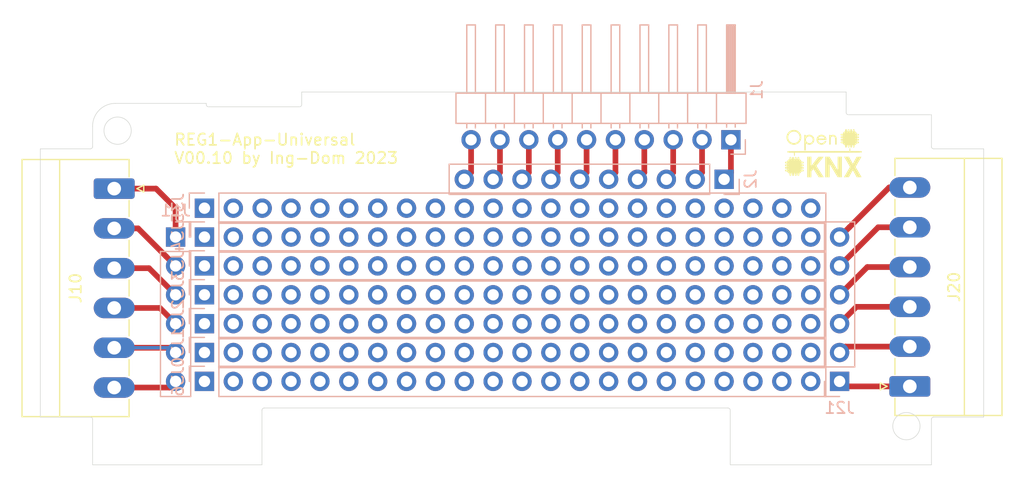
<source format=kicad_pcb>
(kicad_pcb (version 20171130) (host pcbnew "(5.1.4)-1")

  (general
    (thickness 0.8)
    (drawings 41)
    (tracks 48)
    (zones 0)
    (modules 14)
    (nets 177)
  )

  (page A4)
  (title_block
    (date 2023-01-31)
    (rev V00.10)
  )

  (layers
    (0 F.Cu signal)
    (31 B.Cu signal)
    (32 B.Adhes user)
    (33 F.Adhes user)
    (34 B.Paste user)
    (35 F.Paste user)
    (36 B.SilkS user)
    (37 F.SilkS user)
    (38 B.Mask user)
    (39 F.Mask user)
    (40 Dwgs.User user)
    (41 Cmts.User user)
    (42 Eco1.User user)
    (43 Eco2.User user)
    (44 Edge.Cuts user)
    (45 Margin user)
    (46 B.CrtYd user)
    (47 F.CrtYd user)
    (48 B.Fab user)
    (49 F.Fab user)
  )

  (setup
    (last_trace_width 0.16)
    (user_trace_width 0.2)
    (user_trace_width 0.2)
    (user_trace_width 0.25)
    (user_trace_width 0.25)
    (user_trace_width 0.3)
    (user_trace_width 0.3)
    (user_trace_width 0.4)
    (user_trace_width 0.4)
    (user_trace_width 0.5)
    (user_trace_width 0.5)
    (user_trace_width 1)
    (user_trace_width 1)
    (trace_clearance 0.16)
    (zone_clearance 0.3)
    (zone_45_only no)
    (trace_min 0.16)
    (via_size 0.6)
    (via_drill 0.3)
    (via_min_size 0.6)
    (via_min_drill 0.3)
    (user_via 1.5 1.3)
    (user_via 1.5 1.3)
    (uvia_size 0.3)
    (uvia_drill 0.1)
    (uvias_allowed no)
    (uvia_min_size 0.2)
    (uvia_min_drill 0.1)
    (edge_width 0.05)
    (segment_width 0.2)
    (pcb_text_width 0.3)
    (pcb_text_size 1.5 1.5)
    (mod_edge_width 0.12)
    (mod_text_size 1 1)
    (mod_text_width 0.15)
    (pad_size 3 8)
    (pad_drill 1.5)
    (pad_to_mask_clearance 0.051)
    (solder_mask_min_width 0.1)
    (aux_axis_origin 0 0)
    (grid_origin 120 80)
    (visible_elements 7FFFFFFF)
    (pcbplotparams
      (layerselection 0x010fc_ffffffff)
      (usegerberextensions false)
      (usegerberattributes false)
      (usegerberadvancedattributes false)
      (creategerberjobfile false)
      (excludeedgelayer true)
      (linewidth 0.100000)
      (plotframeref false)
      (viasonmask false)
      (mode 1)
      (useauxorigin false)
      (hpglpennumber 1)
      (hpglpenspeed 20)
      (hpglpendiameter 15.000000)
      (psnegative false)
      (psa4output false)
      (plotreference true)
      (plotvalue true)
      (plotinvisibletext false)
      (padsonsilk false)
      (subtractmaskfromsilk false)
      (outputformat 1)
      (mirror false)
      (drillshape 0)
      (scaleselection 1)
      (outputdirectory "REG1-App-Universal_gerbers_V00.10/"))
  )

  (net 0 "")
  (net 1 "Net-(J1-Pad4)")
  (net 2 "Net-(J1-Pad3)")
  (net 3 "Net-(J1-Pad2)")
  (net 4 "Net-(J1-Pad1)")
  (net 5 "Net-(J1-Pad6)")
  (net 6 "Net-(J1-Pad5)")
  (net 7 "Net-(J10-Pad6)")
  (net 8 "Net-(J10-Pad5)")
  (net 9 "Net-(J10-Pad4)")
  (net 10 "Net-(J10-Pad3)")
  (net 11 "Net-(J10-Pad2)")
  (net 12 "Net-(J10-Pad1)")
  (net 13 "Net-(J1-Pad10)")
  (net 14 "Net-(J1-Pad9)")
  (net 15 "Net-(J1-Pad8)")
  (net 16 "Net-(J1-Pad7)")
  (net 17 "Net-(J20-Pad6)")
  (net 18 "Net-(J20-Pad5)")
  (net 19 "Net-(J20-Pad4)")
  (net 20 "Net-(J20-Pad3)")
  (net 21 "Net-(J20-Pad2)")
  (net 22 "Net-(J20-Pad1)")
  (net 23 "Net-(J30-Pad22)")
  (net 24 "Net-(J30-Pad21)")
  (net 25 "Net-(J30-Pad20)")
  (net 26 "Net-(J30-Pad19)")
  (net 27 "Net-(J30-Pad18)")
  (net 28 "Net-(J30-Pad17)")
  (net 29 "Net-(J30-Pad16)")
  (net 30 "Net-(J30-Pad15)")
  (net 31 "Net-(J30-Pad14)")
  (net 32 "Net-(J30-Pad13)")
  (net 33 "Net-(J30-Pad12)")
  (net 34 "Net-(J30-Pad11)")
  (net 35 "Net-(J30-Pad10)")
  (net 36 "Net-(J30-Pad9)")
  (net 37 "Net-(J30-Pad8)")
  (net 38 "Net-(J30-Pad7)")
  (net 39 "Net-(J30-Pad6)")
  (net 40 "Net-(J30-Pad5)")
  (net 41 "Net-(J30-Pad4)")
  (net 42 "Net-(J30-Pad3)")
  (net 43 "Net-(J30-Pad2)")
  (net 44 "Net-(J30-Pad1)")
  (net 45 "Net-(J31-Pad22)")
  (net 46 "Net-(J31-Pad21)")
  (net 47 "Net-(J31-Pad20)")
  (net 48 "Net-(J31-Pad19)")
  (net 49 "Net-(J31-Pad18)")
  (net 50 "Net-(J31-Pad17)")
  (net 51 "Net-(J31-Pad16)")
  (net 52 "Net-(J31-Pad15)")
  (net 53 "Net-(J31-Pad14)")
  (net 54 "Net-(J31-Pad13)")
  (net 55 "Net-(J31-Pad12)")
  (net 56 "Net-(J31-Pad11)")
  (net 57 "Net-(J31-Pad10)")
  (net 58 "Net-(J31-Pad9)")
  (net 59 "Net-(J31-Pad8)")
  (net 60 "Net-(J31-Pad7)")
  (net 61 "Net-(J31-Pad6)")
  (net 62 "Net-(J31-Pad5)")
  (net 63 "Net-(J31-Pad4)")
  (net 64 "Net-(J31-Pad3)")
  (net 65 "Net-(J31-Pad2)")
  (net 66 "Net-(J31-Pad1)")
  (net 67 "Net-(J32-Pad22)")
  (net 68 "Net-(J32-Pad21)")
  (net 69 "Net-(J32-Pad20)")
  (net 70 "Net-(J32-Pad19)")
  (net 71 "Net-(J32-Pad18)")
  (net 72 "Net-(J32-Pad17)")
  (net 73 "Net-(J32-Pad16)")
  (net 74 "Net-(J32-Pad15)")
  (net 75 "Net-(J32-Pad14)")
  (net 76 "Net-(J32-Pad13)")
  (net 77 "Net-(J32-Pad12)")
  (net 78 "Net-(J32-Pad11)")
  (net 79 "Net-(J32-Pad10)")
  (net 80 "Net-(J32-Pad9)")
  (net 81 "Net-(J32-Pad8)")
  (net 82 "Net-(J32-Pad7)")
  (net 83 "Net-(J32-Pad6)")
  (net 84 "Net-(J32-Pad5)")
  (net 85 "Net-(J32-Pad4)")
  (net 86 "Net-(J32-Pad3)")
  (net 87 "Net-(J32-Pad2)")
  (net 88 "Net-(J32-Pad1)")
  (net 89 "Net-(J33-Pad22)")
  (net 90 "Net-(J33-Pad21)")
  (net 91 "Net-(J33-Pad20)")
  (net 92 "Net-(J33-Pad19)")
  (net 93 "Net-(J33-Pad18)")
  (net 94 "Net-(J33-Pad17)")
  (net 95 "Net-(J33-Pad16)")
  (net 96 "Net-(J33-Pad15)")
  (net 97 "Net-(J33-Pad14)")
  (net 98 "Net-(J33-Pad13)")
  (net 99 "Net-(J33-Pad12)")
  (net 100 "Net-(J33-Pad11)")
  (net 101 "Net-(J33-Pad10)")
  (net 102 "Net-(J33-Pad9)")
  (net 103 "Net-(J33-Pad8)")
  (net 104 "Net-(J33-Pad7)")
  (net 105 "Net-(J33-Pad6)")
  (net 106 "Net-(J33-Pad5)")
  (net 107 "Net-(J33-Pad4)")
  (net 108 "Net-(J33-Pad3)")
  (net 109 "Net-(J33-Pad2)")
  (net 110 "Net-(J33-Pad1)")
  (net 111 "Net-(J34-Pad22)")
  (net 112 "Net-(J34-Pad21)")
  (net 113 "Net-(J34-Pad20)")
  (net 114 "Net-(J34-Pad19)")
  (net 115 "Net-(J34-Pad18)")
  (net 116 "Net-(J34-Pad17)")
  (net 117 "Net-(J34-Pad16)")
  (net 118 "Net-(J34-Pad15)")
  (net 119 "Net-(J34-Pad14)")
  (net 120 "Net-(J34-Pad13)")
  (net 121 "Net-(J34-Pad12)")
  (net 122 "Net-(J34-Pad11)")
  (net 123 "Net-(J34-Pad10)")
  (net 124 "Net-(J34-Pad9)")
  (net 125 "Net-(J34-Pad8)")
  (net 126 "Net-(J34-Pad7)")
  (net 127 "Net-(J34-Pad6)")
  (net 128 "Net-(J34-Pad5)")
  (net 129 "Net-(J34-Pad4)")
  (net 130 "Net-(J34-Pad3)")
  (net 131 "Net-(J34-Pad2)")
  (net 132 "Net-(J34-Pad1)")
  (net 133 "Net-(J35-Pad22)")
  (net 134 "Net-(J35-Pad21)")
  (net 135 "Net-(J35-Pad20)")
  (net 136 "Net-(J35-Pad19)")
  (net 137 "Net-(J35-Pad18)")
  (net 138 "Net-(J35-Pad17)")
  (net 139 "Net-(J35-Pad16)")
  (net 140 "Net-(J35-Pad15)")
  (net 141 "Net-(J35-Pad14)")
  (net 142 "Net-(J35-Pad13)")
  (net 143 "Net-(J35-Pad12)")
  (net 144 "Net-(J35-Pad11)")
  (net 145 "Net-(J35-Pad10)")
  (net 146 "Net-(J35-Pad9)")
  (net 147 "Net-(J35-Pad8)")
  (net 148 "Net-(J35-Pad7)")
  (net 149 "Net-(J35-Pad6)")
  (net 150 "Net-(J35-Pad5)")
  (net 151 "Net-(J35-Pad4)")
  (net 152 "Net-(J35-Pad3)")
  (net 153 "Net-(J35-Pad2)")
  (net 154 "Net-(J35-Pad1)")
  (net 155 "Net-(J36-Pad22)")
  (net 156 "Net-(J36-Pad21)")
  (net 157 "Net-(J36-Pad20)")
  (net 158 "Net-(J36-Pad19)")
  (net 159 "Net-(J36-Pad18)")
  (net 160 "Net-(J36-Pad17)")
  (net 161 "Net-(J36-Pad16)")
  (net 162 "Net-(J36-Pad15)")
  (net 163 "Net-(J36-Pad14)")
  (net 164 "Net-(J36-Pad13)")
  (net 165 "Net-(J36-Pad12)")
  (net 166 "Net-(J36-Pad11)")
  (net 167 "Net-(J36-Pad10)")
  (net 168 "Net-(J36-Pad9)")
  (net 169 "Net-(J36-Pad8)")
  (net 170 "Net-(J36-Pad7)")
  (net 171 "Net-(J36-Pad6)")
  (net 172 "Net-(J36-Pad5)")
  (net 173 "Net-(J36-Pad4)")
  (net 174 "Net-(J36-Pad3)")
  (net 175 "Net-(J36-Pad2)")
  (net 176 "Net-(J36-Pad1)")

  (net_class Default "This is the default net class."
    (clearance 0.16)
    (trace_width 0.16)
    (via_dia 0.6)
    (via_drill 0.3)
    (uvia_dia 0.3)
    (uvia_drill 0.1)
    (add_net "Net-(J1-Pad1)")
    (add_net "Net-(J1-Pad10)")
    (add_net "Net-(J1-Pad2)")
    (add_net "Net-(J1-Pad3)")
    (add_net "Net-(J1-Pad4)")
    (add_net "Net-(J1-Pad5)")
    (add_net "Net-(J1-Pad6)")
    (add_net "Net-(J1-Pad7)")
    (add_net "Net-(J1-Pad8)")
    (add_net "Net-(J1-Pad9)")
    (add_net "Net-(J10-Pad1)")
    (add_net "Net-(J10-Pad2)")
    (add_net "Net-(J10-Pad3)")
    (add_net "Net-(J10-Pad4)")
    (add_net "Net-(J10-Pad5)")
    (add_net "Net-(J10-Pad6)")
    (add_net "Net-(J20-Pad1)")
    (add_net "Net-(J20-Pad2)")
    (add_net "Net-(J20-Pad3)")
    (add_net "Net-(J20-Pad4)")
    (add_net "Net-(J20-Pad5)")
    (add_net "Net-(J20-Pad6)")
    (add_net "Net-(J30-Pad1)")
    (add_net "Net-(J30-Pad10)")
    (add_net "Net-(J30-Pad11)")
    (add_net "Net-(J30-Pad12)")
    (add_net "Net-(J30-Pad13)")
    (add_net "Net-(J30-Pad14)")
    (add_net "Net-(J30-Pad15)")
    (add_net "Net-(J30-Pad16)")
    (add_net "Net-(J30-Pad17)")
    (add_net "Net-(J30-Pad18)")
    (add_net "Net-(J30-Pad19)")
    (add_net "Net-(J30-Pad2)")
    (add_net "Net-(J30-Pad20)")
    (add_net "Net-(J30-Pad21)")
    (add_net "Net-(J30-Pad22)")
    (add_net "Net-(J30-Pad3)")
    (add_net "Net-(J30-Pad4)")
    (add_net "Net-(J30-Pad5)")
    (add_net "Net-(J30-Pad6)")
    (add_net "Net-(J30-Pad7)")
    (add_net "Net-(J30-Pad8)")
    (add_net "Net-(J30-Pad9)")
    (add_net "Net-(J31-Pad1)")
    (add_net "Net-(J31-Pad10)")
    (add_net "Net-(J31-Pad11)")
    (add_net "Net-(J31-Pad12)")
    (add_net "Net-(J31-Pad13)")
    (add_net "Net-(J31-Pad14)")
    (add_net "Net-(J31-Pad15)")
    (add_net "Net-(J31-Pad16)")
    (add_net "Net-(J31-Pad17)")
    (add_net "Net-(J31-Pad18)")
    (add_net "Net-(J31-Pad19)")
    (add_net "Net-(J31-Pad2)")
    (add_net "Net-(J31-Pad20)")
    (add_net "Net-(J31-Pad21)")
    (add_net "Net-(J31-Pad22)")
    (add_net "Net-(J31-Pad3)")
    (add_net "Net-(J31-Pad4)")
    (add_net "Net-(J31-Pad5)")
    (add_net "Net-(J31-Pad6)")
    (add_net "Net-(J31-Pad7)")
    (add_net "Net-(J31-Pad8)")
    (add_net "Net-(J31-Pad9)")
    (add_net "Net-(J32-Pad1)")
    (add_net "Net-(J32-Pad10)")
    (add_net "Net-(J32-Pad11)")
    (add_net "Net-(J32-Pad12)")
    (add_net "Net-(J32-Pad13)")
    (add_net "Net-(J32-Pad14)")
    (add_net "Net-(J32-Pad15)")
    (add_net "Net-(J32-Pad16)")
    (add_net "Net-(J32-Pad17)")
    (add_net "Net-(J32-Pad18)")
    (add_net "Net-(J32-Pad19)")
    (add_net "Net-(J32-Pad2)")
    (add_net "Net-(J32-Pad20)")
    (add_net "Net-(J32-Pad21)")
    (add_net "Net-(J32-Pad22)")
    (add_net "Net-(J32-Pad3)")
    (add_net "Net-(J32-Pad4)")
    (add_net "Net-(J32-Pad5)")
    (add_net "Net-(J32-Pad6)")
    (add_net "Net-(J32-Pad7)")
    (add_net "Net-(J32-Pad8)")
    (add_net "Net-(J32-Pad9)")
    (add_net "Net-(J33-Pad1)")
    (add_net "Net-(J33-Pad10)")
    (add_net "Net-(J33-Pad11)")
    (add_net "Net-(J33-Pad12)")
    (add_net "Net-(J33-Pad13)")
    (add_net "Net-(J33-Pad14)")
    (add_net "Net-(J33-Pad15)")
    (add_net "Net-(J33-Pad16)")
    (add_net "Net-(J33-Pad17)")
    (add_net "Net-(J33-Pad18)")
    (add_net "Net-(J33-Pad19)")
    (add_net "Net-(J33-Pad2)")
    (add_net "Net-(J33-Pad20)")
    (add_net "Net-(J33-Pad21)")
    (add_net "Net-(J33-Pad22)")
    (add_net "Net-(J33-Pad3)")
    (add_net "Net-(J33-Pad4)")
    (add_net "Net-(J33-Pad5)")
    (add_net "Net-(J33-Pad6)")
    (add_net "Net-(J33-Pad7)")
    (add_net "Net-(J33-Pad8)")
    (add_net "Net-(J33-Pad9)")
    (add_net "Net-(J34-Pad1)")
    (add_net "Net-(J34-Pad10)")
    (add_net "Net-(J34-Pad11)")
    (add_net "Net-(J34-Pad12)")
    (add_net "Net-(J34-Pad13)")
    (add_net "Net-(J34-Pad14)")
    (add_net "Net-(J34-Pad15)")
    (add_net "Net-(J34-Pad16)")
    (add_net "Net-(J34-Pad17)")
    (add_net "Net-(J34-Pad18)")
    (add_net "Net-(J34-Pad19)")
    (add_net "Net-(J34-Pad2)")
    (add_net "Net-(J34-Pad20)")
    (add_net "Net-(J34-Pad21)")
    (add_net "Net-(J34-Pad22)")
    (add_net "Net-(J34-Pad3)")
    (add_net "Net-(J34-Pad4)")
    (add_net "Net-(J34-Pad5)")
    (add_net "Net-(J34-Pad6)")
    (add_net "Net-(J34-Pad7)")
    (add_net "Net-(J34-Pad8)")
    (add_net "Net-(J34-Pad9)")
    (add_net "Net-(J35-Pad1)")
    (add_net "Net-(J35-Pad10)")
    (add_net "Net-(J35-Pad11)")
    (add_net "Net-(J35-Pad12)")
    (add_net "Net-(J35-Pad13)")
    (add_net "Net-(J35-Pad14)")
    (add_net "Net-(J35-Pad15)")
    (add_net "Net-(J35-Pad16)")
    (add_net "Net-(J35-Pad17)")
    (add_net "Net-(J35-Pad18)")
    (add_net "Net-(J35-Pad19)")
    (add_net "Net-(J35-Pad2)")
    (add_net "Net-(J35-Pad20)")
    (add_net "Net-(J35-Pad21)")
    (add_net "Net-(J35-Pad22)")
    (add_net "Net-(J35-Pad3)")
    (add_net "Net-(J35-Pad4)")
    (add_net "Net-(J35-Pad5)")
    (add_net "Net-(J35-Pad6)")
    (add_net "Net-(J35-Pad7)")
    (add_net "Net-(J35-Pad8)")
    (add_net "Net-(J35-Pad9)")
    (add_net "Net-(J36-Pad1)")
    (add_net "Net-(J36-Pad10)")
    (add_net "Net-(J36-Pad11)")
    (add_net "Net-(J36-Pad12)")
    (add_net "Net-(J36-Pad13)")
    (add_net "Net-(J36-Pad14)")
    (add_net "Net-(J36-Pad15)")
    (add_net "Net-(J36-Pad16)")
    (add_net "Net-(J36-Pad17)")
    (add_net "Net-(J36-Pad18)")
    (add_net "Net-(J36-Pad19)")
    (add_net "Net-(J36-Pad2)")
    (add_net "Net-(J36-Pad20)")
    (add_net "Net-(J36-Pad21)")
    (add_net "Net-(J36-Pad22)")
    (add_net "Net-(J36-Pad3)")
    (add_net "Net-(J36-Pad4)")
    (add_net "Net-(J36-Pad5)")
    (add_net "Net-(J36-Pad6)")
    (add_net "Net-(J36-Pad7)")
    (add_net "Net-(J36-Pad8)")
    (add_net "Net-(J36-Pad9)")
  )

  (module Connector_PinHeader_2.54mm:PinHeader_1x22_P2.54mm_Vertical (layer B.Cu) (tedit 59FED5CC) (tstamp 63D9659E)
    (at 84.44 115.56 270)
    (descr "Through hole straight pin header, 1x22, 2.54mm pitch, single row")
    (tags "Through hole pin header THT 1x22 2.54mm single row")
    (path /6351EF69)
    (fp_text reference J36 (at 0 2.33 90) (layer B.SilkS)
      (effects (font (size 1 1) (thickness 0.15)) (justify mirror))
    )
    (fp_text value Conn_01x22 (at 0 -55.67 90) (layer B.Fab)
      (effects (font (size 1 1) (thickness 0.15)) (justify mirror))
    )
    (fp_text user %R (at 0 -26.67 180) (layer B.Fab)
      (effects (font (size 1 1) (thickness 0.15)) (justify mirror))
    )
    (fp_line (start 1.8 1.8) (end -1.8 1.8) (layer B.CrtYd) (width 0.05))
    (fp_line (start 1.8 -55.15) (end 1.8 1.8) (layer B.CrtYd) (width 0.05))
    (fp_line (start -1.8 -55.15) (end 1.8 -55.15) (layer B.CrtYd) (width 0.05))
    (fp_line (start -1.8 1.8) (end -1.8 -55.15) (layer B.CrtYd) (width 0.05))
    (fp_line (start -1.33 1.33) (end 0 1.33) (layer B.SilkS) (width 0.12))
    (fp_line (start -1.33 0) (end -1.33 1.33) (layer B.SilkS) (width 0.12))
    (fp_line (start -1.33 -1.27) (end 1.33 -1.27) (layer B.SilkS) (width 0.12))
    (fp_line (start 1.33 -1.27) (end 1.33 -54.67) (layer B.SilkS) (width 0.12))
    (fp_line (start -1.33 -1.27) (end -1.33 -54.67) (layer B.SilkS) (width 0.12))
    (fp_line (start -1.33 -54.67) (end 1.33 -54.67) (layer B.SilkS) (width 0.12))
    (fp_line (start -1.27 0.635) (end -0.635 1.27) (layer B.Fab) (width 0.1))
    (fp_line (start -1.27 -54.61) (end -1.27 0.635) (layer B.Fab) (width 0.1))
    (fp_line (start 1.27 -54.61) (end -1.27 -54.61) (layer B.Fab) (width 0.1))
    (fp_line (start 1.27 1.27) (end 1.27 -54.61) (layer B.Fab) (width 0.1))
    (fp_line (start -0.635 1.27) (end 1.27 1.27) (layer B.Fab) (width 0.1))
    (pad 22 thru_hole oval (at 0 -53.34 270) (size 1.7 1.7) (drill 1) (layers *.Cu *.Mask)
      (net 155 "Net-(J36-Pad22)"))
    (pad 21 thru_hole oval (at 0 -50.8 270) (size 1.7 1.7) (drill 1) (layers *.Cu *.Mask)
      (net 156 "Net-(J36-Pad21)"))
    (pad 20 thru_hole oval (at 0 -48.26 270) (size 1.7 1.7) (drill 1) (layers *.Cu *.Mask)
      (net 157 "Net-(J36-Pad20)"))
    (pad 19 thru_hole oval (at 0 -45.72 270) (size 1.7 1.7) (drill 1) (layers *.Cu *.Mask)
      (net 158 "Net-(J36-Pad19)"))
    (pad 18 thru_hole oval (at 0 -43.18 270) (size 1.7 1.7) (drill 1) (layers *.Cu *.Mask)
      (net 159 "Net-(J36-Pad18)"))
    (pad 17 thru_hole oval (at 0 -40.64 270) (size 1.7 1.7) (drill 1) (layers *.Cu *.Mask)
      (net 160 "Net-(J36-Pad17)"))
    (pad 16 thru_hole oval (at 0 -38.1 270) (size 1.7 1.7) (drill 1) (layers *.Cu *.Mask)
      (net 161 "Net-(J36-Pad16)"))
    (pad 15 thru_hole oval (at 0 -35.56 270) (size 1.7 1.7) (drill 1) (layers *.Cu *.Mask)
      (net 162 "Net-(J36-Pad15)"))
    (pad 14 thru_hole oval (at 0 -33.02 270) (size 1.7 1.7) (drill 1) (layers *.Cu *.Mask)
      (net 163 "Net-(J36-Pad14)"))
    (pad 13 thru_hole oval (at 0 -30.48 270) (size 1.7 1.7) (drill 1) (layers *.Cu *.Mask)
      (net 164 "Net-(J36-Pad13)"))
    (pad 12 thru_hole oval (at 0 -27.94 270) (size 1.7 1.7) (drill 1) (layers *.Cu *.Mask)
      (net 165 "Net-(J36-Pad12)"))
    (pad 11 thru_hole oval (at 0 -25.4 270) (size 1.7 1.7) (drill 1) (layers *.Cu *.Mask)
      (net 166 "Net-(J36-Pad11)"))
    (pad 10 thru_hole oval (at 0 -22.86 270) (size 1.7 1.7) (drill 1) (layers *.Cu *.Mask)
      (net 167 "Net-(J36-Pad10)"))
    (pad 9 thru_hole oval (at 0 -20.32 270) (size 1.7 1.7) (drill 1) (layers *.Cu *.Mask)
      (net 168 "Net-(J36-Pad9)"))
    (pad 8 thru_hole oval (at 0 -17.78 270) (size 1.7 1.7) (drill 1) (layers *.Cu *.Mask)
      (net 169 "Net-(J36-Pad8)"))
    (pad 7 thru_hole oval (at 0 -15.24 270) (size 1.7 1.7) (drill 1) (layers *.Cu *.Mask)
      (net 170 "Net-(J36-Pad7)"))
    (pad 6 thru_hole oval (at 0 -12.7 270) (size 1.7 1.7) (drill 1) (layers *.Cu *.Mask)
      (net 171 "Net-(J36-Pad6)"))
    (pad 5 thru_hole oval (at 0 -10.16 270) (size 1.7 1.7) (drill 1) (layers *.Cu *.Mask)
      (net 172 "Net-(J36-Pad5)"))
    (pad 4 thru_hole oval (at 0 -7.62 270) (size 1.7 1.7) (drill 1) (layers *.Cu *.Mask)
      (net 173 "Net-(J36-Pad4)"))
    (pad 3 thru_hole oval (at 0 -5.08 270) (size 1.7 1.7) (drill 1) (layers *.Cu *.Mask)
      (net 174 "Net-(J36-Pad3)"))
    (pad 2 thru_hole oval (at 0 -2.54 270) (size 1.7 1.7) (drill 1) (layers *.Cu *.Mask)
      (net 175 "Net-(J36-Pad2)"))
    (pad 1 thru_hole rect (at 0 0 270) (size 1.7 1.7) (drill 1) (layers *.Cu *.Mask)
      (net 176 "Net-(J36-Pad1)"))
    (model ${KISYS3DMOD}/Connector_PinHeader_2.54mm.3dshapes/PinHeader_1x22_P2.54mm_Vertical.wrl
      (at (xyz 0 0 0))
      (scale (xyz 1 1 1))
      (rotate (xyz 0 0 0))
    )
  )

  (module Connector_PinHeader_2.54mm:PinHeader_1x10_P2.54mm_Vertical (layer B.Cu) (tedit 59FED5CC) (tstamp 63D954F3)
    (at 130.16 97.78 90)
    (descr "Through hole straight pin header, 1x10, 2.54mm pitch, single row")
    (tags "Through hole pin header THT 1x10 2.54mm single row")
    (path /63504940)
    (fp_text reference J2 (at 0 2.33 90) (layer B.SilkS)
      (effects (font (size 1 1) (thickness 0.15)) (justify mirror))
    )
    (fp_text value Conn_01x10 (at 0 -25.19 90) (layer B.Fab)
      (effects (font (size 1 1) (thickness 0.15)) (justify mirror))
    )
    (fp_text user %R (at 0 -11.43 180) (layer B.Fab)
      (effects (font (size 1 1) (thickness 0.15)) (justify mirror))
    )
    (fp_line (start 1.8 1.8) (end -1.8 1.8) (layer B.CrtYd) (width 0.05))
    (fp_line (start 1.8 -24.65) (end 1.8 1.8) (layer B.CrtYd) (width 0.05))
    (fp_line (start -1.8 -24.65) (end 1.8 -24.65) (layer B.CrtYd) (width 0.05))
    (fp_line (start -1.8 1.8) (end -1.8 -24.65) (layer B.CrtYd) (width 0.05))
    (fp_line (start -1.33 1.33) (end 0 1.33) (layer B.SilkS) (width 0.12))
    (fp_line (start -1.33 0) (end -1.33 1.33) (layer B.SilkS) (width 0.12))
    (fp_line (start -1.33 -1.27) (end 1.33 -1.27) (layer B.SilkS) (width 0.12))
    (fp_line (start 1.33 -1.27) (end 1.33 -24.19) (layer B.SilkS) (width 0.12))
    (fp_line (start -1.33 -1.27) (end -1.33 -24.19) (layer B.SilkS) (width 0.12))
    (fp_line (start -1.33 -24.19) (end 1.33 -24.19) (layer B.SilkS) (width 0.12))
    (fp_line (start -1.27 0.635) (end -0.635 1.27) (layer B.Fab) (width 0.1))
    (fp_line (start -1.27 -24.13) (end -1.27 0.635) (layer B.Fab) (width 0.1))
    (fp_line (start 1.27 -24.13) (end -1.27 -24.13) (layer B.Fab) (width 0.1))
    (fp_line (start 1.27 1.27) (end 1.27 -24.13) (layer B.Fab) (width 0.1))
    (fp_line (start -0.635 1.27) (end 1.27 1.27) (layer B.Fab) (width 0.1))
    (pad 10 thru_hole oval (at 0 -22.86 90) (size 1.7 1.7) (drill 1) (layers *.Cu *.Mask)
      (net 13 "Net-(J1-Pad10)"))
    (pad 9 thru_hole oval (at 0 -20.32 90) (size 1.7 1.7) (drill 1) (layers *.Cu *.Mask)
      (net 14 "Net-(J1-Pad9)"))
    (pad 8 thru_hole oval (at 0 -17.78 90) (size 1.7 1.7) (drill 1) (layers *.Cu *.Mask)
      (net 15 "Net-(J1-Pad8)"))
    (pad 7 thru_hole oval (at 0 -15.24 90) (size 1.7 1.7) (drill 1) (layers *.Cu *.Mask)
      (net 16 "Net-(J1-Pad7)"))
    (pad 6 thru_hole oval (at 0 -12.7 90) (size 1.7 1.7) (drill 1) (layers *.Cu *.Mask)
      (net 5 "Net-(J1-Pad6)"))
    (pad 5 thru_hole oval (at 0 -10.16 90) (size 1.7 1.7) (drill 1) (layers *.Cu *.Mask)
      (net 6 "Net-(J1-Pad5)"))
    (pad 4 thru_hole oval (at 0 -7.62 90) (size 1.7 1.7) (drill 1) (layers *.Cu *.Mask)
      (net 1 "Net-(J1-Pad4)"))
    (pad 3 thru_hole oval (at 0 -5.08 90) (size 1.7 1.7) (drill 1) (layers *.Cu *.Mask)
      (net 2 "Net-(J1-Pad3)"))
    (pad 2 thru_hole oval (at 0 -2.54 90) (size 1.7 1.7) (drill 1) (layers *.Cu *.Mask)
      (net 3 "Net-(J1-Pad2)"))
    (pad 1 thru_hole rect (at 0 0 90) (size 1.7 1.7) (drill 1) (layers *.Cu *.Mask)
      (net 4 "Net-(J1-Pad1)"))
    (model ${KISYS3DMOD}/Connector_PinHeader_2.54mm.3dshapes/PinHeader_1x10_P2.54mm_Vertical.wrl
      (at (xyz 0 0 0))
      (scale (xyz 1 1 1))
      (rotate (xyz 0 0 0))
    )
  )

  (module Connector_PinHeader_2.54mm:PinHeader_1x10_P2.54mm_Horizontal locked (layer B.Cu) (tedit 59FED5CB) (tstamp 63D944DE)
    (at 130.76 94.3 90)
    (descr "Through hole angled pin header, 1x10, 2.54mm pitch, 6mm pin length, single row")
    (tags "Through hole angled pin header THT 1x10 2.54mm single row")
    (path /63D94379)
    (fp_text reference J1 (at 4.385 2.27 90) (layer B.SilkS)
      (effects (font (size 1 1) (thickness 0.15)) (justify mirror))
    )
    (fp_text value REG1_App_Connector (at 4.385 -25.13 90) (layer B.Fab)
      (effects (font (size 1 1) (thickness 0.15)) (justify mirror))
    )
    (fp_text user %R (at 2.77 -11.43 180) (layer B.Fab)
      (effects (font (size 1 1) (thickness 0.15)) (justify mirror))
    )
    (fp_line (start 10.55 1.8) (end -1.8 1.8) (layer B.CrtYd) (width 0.05))
    (fp_line (start 10.55 -24.65) (end 10.55 1.8) (layer B.CrtYd) (width 0.05))
    (fp_line (start -1.8 -24.65) (end 10.55 -24.65) (layer B.CrtYd) (width 0.05))
    (fp_line (start -1.8 1.8) (end -1.8 -24.65) (layer B.CrtYd) (width 0.05))
    (fp_line (start -1.27 1.27) (end 0 1.27) (layer B.SilkS) (width 0.12))
    (fp_line (start -1.27 0) (end -1.27 1.27) (layer B.SilkS) (width 0.12))
    (fp_line (start 1.042929 -23.24) (end 1.44 -23.24) (layer B.SilkS) (width 0.12))
    (fp_line (start 1.042929 -22.48) (end 1.44 -22.48) (layer B.SilkS) (width 0.12))
    (fp_line (start 10.1 -23.24) (end 4.1 -23.24) (layer B.SilkS) (width 0.12))
    (fp_line (start 10.1 -22.48) (end 10.1 -23.24) (layer B.SilkS) (width 0.12))
    (fp_line (start 4.1 -22.48) (end 10.1 -22.48) (layer B.SilkS) (width 0.12))
    (fp_line (start 1.44 -21.59) (end 4.1 -21.59) (layer B.SilkS) (width 0.12))
    (fp_line (start 1.042929 -20.7) (end 1.44 -20.7) (layer B.SilkS) (width 0.12))
    (fp_line (start 1.042929 -19.94) (end 1.44 -19.94) (layer B.SilkS) (width 0.12))
    (fp_line (start 10.1 -20.7) (end 4.1 -20.7) (layer B.SilkS) (width 0.12))
    (fp_line (start 10.1 -19.94) (end 10.1 -20.7) (layer B.SilkS) (width 0.12))
    (fp_line (start 4.1 -19.94) (end 10.1 -19.94) (layer B.SilkS) (width 0.12))
    (fp_line (start 1.44 -19.05) (end 4.1 -19.05) (layer B.SilkS) (width 0.12))
    (fp_line (start 1.042929 -18.16) (end 1.44 -18.16) (layer B.SilkS) (width 0.12))
    (fp_line (start 1.042929 -17.4) (end 1.44 -17.4) (layer B.SilkS) (width 0.12))
    (fp_line (start 10.1 -18.16) (end 4.1 -18.16) (layer B.SilkS) (width 0.12))
    (fp_line (start 10.1 -17.4) (end 10.1 -18.16) (layer B.SilkS) (width 0.12))
    (fp_line (start 4.1 -17.4) (end 10.1 -17.4) (layer B.SilkS) (width 0.12))
    (fp_line (start 1.44 -16.51) (end 4.1 -16.51) (layer B.SilkS) (width 0.12))
    (fp_line (start 1.042929 -15.62) (end 1.44 -15.62) (layer B.SilkS) (width 0.12))
    (fp_line (start 1.042929 -14.86) (end 1.44 -14.86) (layer B.SilkS) (width 0.12))
    (fp_line (start 10.1 -15.62) (end 4.1 -15.62) (layer B.SilkS) (width 0.12))
    (fp_line (start 10.1 -14.86) (end 10.1 -15.62) (layer B.SilkS) (width 0.12))
    (fp_line (start 4.1 -14.86) (end 10.1 -14.86) (layer B.SilkS) (width 0.12))
    (fp_line (start 1.44 -13.97) (end 4.1 -13.97) (layer B.SilkS) (width 0.12))
    (fp_line (start 1.042929 -13.08) (end 1.44 -13.08) (layer B.SilkS) (width 0.12))
    (fp_line (start 1.042929 -12.32) (end 1.44 -12.32) (layer B.SilkS) (width 0.12))
    (fp_line (start 10.1 -13.08) (end 4.1 -13.08) (layer B.SilkS) (width 0.12))
    (fp_line (start 10.1 -12.32) (end 10.1 -13.08) (layer B.SilkS) (width 0.12))
    (fp_line (start 4.1 -12.32) (end 10.1 -12.32) (layer B.SilkS) (width 0.12))
    (fp_line (start 1.44 -11.43) (end 4.1 -11.43) (layer B.SilkS) (width 0.12))
    (fp_line (start 1.042929 -10.54) (end 1.44 -10.54) (layer B.SilkS) (width 0.12))
    (fp_line (start 1.042929 -9.78) (end 1.44 -9.78) (layer B.SilkS) (width 0.12))
    (fp_line (start 10.1 -10.54) (end 4.1 -10.54) (layer B.SilkS) (width 0.12))
    (fp_line (start 10.1 -9.78) (end 10.1 -10.54) (layer B.SilkS) (width 0.12))
    (fp_line (start 4.1 -9.78) (end 10.1 -9.78) (layer B.SilkS) (width 0.12))
    (fp_line (start 1.44 -8.89) (end 4.1 -8.89) (layer B.SilkS) (width 0.12))
    (fp_line (start 1.042929 -8) (end 1.44 -8) (layer B.SilkS) (width 0.12))
    (fp_line (start 1.042929 -7.24) (end 1.44 -7.24) (layer B.SilkS) (width 0.12))
    (fp_line (start 10.1 -8) (end 4.1 -8) (layer B.SilkS) (width 0.12))
    (fp_line (start 10.1 -7.24) (end 10.1 -8) (layer B.SilkS) (width 0.12))
    (fp_line (start 4.1 -7.24) (end 10.1 -7.24) (layer B.SilkS) (width 0.12))
    (fp_line (start 1.44 -6.35) (end 4.1 -6.35) (layer B.SilkS) (width 0.12))
    (fp_line (start 1.042929 -5.46) (end 1.44 -5.46) (layer B.SilkS) (width 0.12))
    (fp_line (start 1.042929 -4.7) (end 1.44 -4.7) (layer B.SilkS) (width 0.12))
    (fp_line (start 10.1 -5.46) (end 4.1 -5.46) (layer B.SilkS) (width 0.12))
    (fp_line (start 10.1 -4.7) (end 10.1 -5.46) (layer B.SilkS) (width 0.12))
    (fp_line (start 4.1 -4.7) (end 10.1 -4.7) (layer B.SilkS) (width 0.12))
    (fp_line (start 1.44 -3.81) (end 4.1 -3.81) (layer B.SilkS) (width 0.12))
    (fp_line (start 1.042929 -2.92) (end 1.44 -2.92) (layer B.SilkS) (width 0.12))
    (fp_line (start 1.042929 -2.16) (end 1.44 -2.16) (layer B.SilkS) (width 0.12))
    (fp_line (start 10.1 -2.92) (end 4.1 -2.92) (layer B.SilkS) (width 0.12))
    (fp_line (start 10.1 -2.16) (end 10.1 -2.92) (layer B.SilkS) (width 0.12))
    (fp_line (start 4.1 -2.16) (end 10.1 -2.16) (layer B.SilkS) (width 0.12))
    (fp_line (start 1.44 -1.27) (end 4.1 -1.27) (layer B.SilkS) (width 0.12))
    (fp_line (start 1.11 -0.38) (end 1.44 -0.38) (layer B.SilkS) (width 0.12))
    (fp_line (start 1.11 0.38) (end 1.44 0.38) (layer B.SilkS) (width 0.12))
    (fp_line (start 4.1 -0.28) (end 10.1 -0.28) (layer B.SilkS) (width 0.12))
    (fp_line (start 4.1 -0.16) (end 10.1 -0.16) (layer B.SilkS) (width 0.12))
    (fp_line (start 4.1 -0.04) (end 10.1 -0.04) (layer B.SilkS) (width 0.12))
    (fp_line (start 4.1 0.08) (end 10.1 0.08) (layer B.SilkS) (width 0.12))
    (fp_line (start 4.1 0.2) (end 10.1 0.2) (layer B.SilkS) (width 0.12))
    (fp_line (start 4.1 0.32) (end 10.1 0.32) (layer B.SilkS) (width 0.12))
    (fp_line (start 10.1 -0.38) (end 4.1 -0.38) (layer B.SilkS) (width 0.12))
    (fp_line (start 10.1 0.38) (end 10.1 -0.38) (layer B.SilkS) (width 0.12))
    (fp_line (start 4.1 0.38) (end 10.1 0.38) (layer B.SilkS) (width 0.12))
    (fp_line (start 4.1 1.33) (end 1.44 1.33) (layer B.SilkS) (width 0.12))
    (fp_line (start 4.1 -24.19) (end 4.1 1.33) (layer B.SilkS) (width 0.12))
    (fp_line (start 1.44 -24.19) (end 4.1 -24.19) (layer B.SilkS) (width 0.12))
    (fp_line (start 1.44 1.33) (end 1.44 -24.19) (layer B.SilkS) (width 0.12))
    (fp_line (start 4.04 -23.18) (end 10.04 -23.18) (layer B.Fab) (width 0.1))
    (fp_line (start 10.04 -22.54) (end 10.04 -23.18) (layer B.Fab) (width 0.1))
    (fp_line (start 4.04 -22.54) (end 10.04 -22.54) (layer B.Fab) (width 0.1))
    (fp_line (start -0.32 -23.18) (end 1.5 -23.18) (layer B.Fab) (width 0.1))
    (fp_line (start -0.32 -22.54) (end -0.32 -23.18) (layer B.Fab) (width 0.1))
    (fp_line (start -0.32 -22.54) (end 1.5 -22.54) (layer B.Fab) (width 0.1))
    (fp_line (start 4.04 -20.64) (end 10.04 -20.64) (layer B.Fab) (width 0.1))
    (fp_line (start 10.04 -20) (end 10.04 -20.64) (layer B.Fab) (width 0.1))
    (fp_line (start 4.04 -20) (end 10.04 -20) (layer B.Fab) (width 0.1))
    (fp_line (start -0.32 -20.64) (end 1.5 -20.64) (layer B.Fab) (width 0.1))
    (fp_line (start -0.32 -20) (end -0.32 -20.64) (layer B.Fab) (width 0.1))
    (fp_line (start -0.32 -20) (end 1.5 -20) (layer B.Fab) (width 0.1))
    (fp_line (start 4.04 -18.1) (end 10.04 -18.1) (layer B.Fab) (width 0.1))
    (fp_line (start 10.04 -17.46) (end 10.04 -18.1) (layer B.Fab) (width 0.1))
    (fp_line (start 4.04 -17.46) (end 10.04 -17.46) (layer B.Fab) (width 0.1))
    (fp_line (start -0.32 -18.1) (end 1.5 -18.1) (layer B.Fab) (width 0.1))
    (fp_line (start -0.32 -17.46) (end -0.32 -18.1) (layer B.Fab) (width 0.1))
    (fp_line (start -0.32 -17.46) (end 1.5 -17.46) (layer B.Fab) (width 0.1))
    (fp_line (start 4.04 -15.56) (end 10.04 -15.56) (layer B.Fab) (width 0.1))
    (fp_line (start 10.04 -14.92) (end 10.04 -15.56) (layer B.Fab) (width 0.1))
    (fp_line (start 4.04 -14.92) (end 10.04 -14.92) (layer B.Fab) (width 0.1))
    (fp_line (start -0.32 -15.56) (end 1.5 -15.56) (layer B.Fab) (width 0.1))
    (fp_line (start -0.32 -14.92) (end -0.32 -15.56) (layer B.Fab) (width 0.1))
    (fp_line (start -0.32 -14.92) (end 1.5 -14.92) (layer B.Fab) (width 0.1))
    (fp_line (start 4.04 -13.02) (end 10.04 -13.02) (layer B.Fab) (width 0.1))
    (fp_line (start 10.04 -12.38) (end 10.04 -13.02) (layer B.Fab) (width 0.1))
    (fp_line (start 4.04 -12.38) (end 10.04 -12.38) (layer B.Fab) (width 0.1))
    (fp_line (start -0.32 -13.02) (end 1.5 -13.02) (layer B.Fab) (width 0.1))
    (fp_line (start -0.32 -12.38) (end -0.32 -13.02) (layer B.Fab) (width 0.1))
    (fp_line (start -0.32 -12.38) (end 1.5 -12.38) (layer B.Fab) (width 0.1))
    (fp_line (start 4.04 -10.48) (end 10.04 -10.48) (layer B.Fab) (width 0.1))
    (fp_line (start 10.04 -9.84) (end 10.04 -10.48) (layer B.Fab) (width 0.1))
    (fp_line (start 4.04 -9.84) (end 10.04 -9.84) (layer B.Fab) (width 0.1))
    (fp_line (start -0.32 -10.48) (end 1.5 -10.48) (layer B.Fab) (width 0.1))
    (fp_line (start -0.32 -9.84) (end -0.32 -10.48) (layer B.Fab) (width 0.1))
    (fp_line (start -0.32 -9.84) (end 1.5 -9.84) (layer B.Fab) (width 0.1))
    (fp_line (start 4.04 -7.94) (end 10.04 -7.94) (layer B.Fab) (width 0.1))
    (fp_line (start 10.04 -7.3) (end 10.04 -7.94) (layer B.Fab) (width 0.1))
    (fp_line (start 4.04 -7.3) (end 10.04 -7.3) (layer B.Fab) (width 0.1))
    (fp_line (start -0.32 -7.94) (end 1.5 -7.94) (layer B.Fab) (width 0.1))
    (fp_line (start -0.32 -7.3) (end -0.32 -7.94) (layer B.Fab) (width 0.1))
    (fp_line (start -0.32 -7.3) (end 1.5 -7.3) (layer B.Fab) (width 0.1))
    (fp_line (start 4.04 -5.4) (end 10.04 -5.4) (layer B.Fab) (width 0.1))
    (fp_line (start 10.04 -4.76) (end 10.04 -5.4) (layer B.Fab) (width 0.1))
    (fp_line (start 4.04 -4.76) (end 10.04 -4.76) (layer B.Fab) (width 0.1))
    (fp_line (start -0.32 -5.4) (end 1.5 -5.4) (layer B.Fab) (width 0.1))
    (fp_line (start -0.32 -4.76) (end -0.32 -5.4) (layer B.Fab) (width 0.1))
    (fp_line (start -0.32 -4.76) (end 1.5 -4.76) (layer B.Fab) (width 0.1))
    (fp_line (start 4.04 -2.86) (end 10.04 -2.86) (layer B.Fab) (width 0.1))
    (fp_line (start 10.04 -2.22) (end 10.04 -2.86) (layer B.Fab) (width 0.1))
    (fp_line (start 4.04 -2.22) (end 10.04 -2.22) (layer B.Fab) (width 0.1))
    (fp_line (start -0.32 -2.86) (end 1.5 -2.86) (layer B.Fab) (width 0.1))
    (fp_line (start -0.32 -2.22) (end -0.32 -2.86) (layer B.Fab) (width 0.1))
    (fp_line (start -0.32 -2.22) (end 1.5 -2.22) (layer B.Fab) (width 0.1))
    (fp_line (start 4.04 -0.32) (end 10.04 -0.32) (layer B.Fab) (width 0.1))
    (fp_line (start 10.04 0.32) (end 10.04 -0.32) (layer B.Fab) (width 0.1))
    (fp_line (start 4.04 0.32) (end 10.04 0.32) (layer B.Fab) (width 0.1))
    (fp_line (start -0.32 -0.32) (end 1.5 -0.32) (layer B.Fab) (width 0.1))
    (fp_line (start -0.32 0.32) (end -0.32 -0.32) (layer B.Fab) (width 0.1))
    (fp_line (start -0.32 0.32) (end 1.5 0.32) (layer B.Fab) (width 0.1))
    (fp_line (start 1.5 0.635) (end 2.135 1.27) (layer B.Fab) (width 0.1))
    (fp_line (start 1.5 -24.13) (end 1.5 0.635) (layer B.Fab) (width 0.1))
    (fp_line (start 4.04 -24.13) (end 1.5 -24.13) (layer B.Fab) (width 0.1))
    (fp_line (start 4.04 1.27) (end 4.04 -24.13) (layer B.Fab) (width 0.1))
    (fp_line (start 2.135 1.27) (end 4.04 1.27) (layer B.Fab) (width 0.1))
    (pad 10 thru_hole oval (at 0 -22.86 90) (size 1.7 1.7) (drill 1) (layers *.Cu *.Mask)
      (net 13 "Net-(J1-Pad10)"))
    (pad 9 thru_hole oval (at 0 -20.32 90) (size 1.7 1.7) (drill 1) (layers *.Cu *.Mask)
      (net 14 "Net-(J1-Pad9)"))
    (pad 8 thru_hole oval (at 0 -17.78 90) (size 1.7 1.7) (drill 1) (layers *.Cu *.Mask)
      (net 15 "Net-(J1-Pad8)"))
    (pad 7 thru_hole oval (at 0 -15.24 90) (size 1.7 1.7) (drill 1) (layers *.Cu *.Mask)
      (net 16 "Net-(J1-Pad7)"))
    (pad 6 thru_hole oval (at 0 -12.7 90) (size 1.7 1.7) (drill 1) (layers *.Cu *.Mask)
      (net 5 "Net-(J1-Pad6)"))
    (pad 5 thru_hole oval (at 0 -10.16 90) (size 1.7 1.7) (drill 1) (layers *.Cu *.Mask)
      (net 6 "Net-(J1-Pad5)"))
    (pad 4 thru_hole oval (at 0 -7.62 90) (size 1.7 1.7) (drill 1) (layers *.Cu *.Mask)
      (net 1 "Net-(J1-Pad4)"))
    (pad 3 thru_hole oval (at 0 -5.08 90) (size 1.7 1.7) (drill 1) (layers *.Cu *.Mask)
      (net 2 "Net-(J1-Pad3)"))
    (pad 2 thru_hole oval (at 0 -2.54 90) (size 1.7 1.7) (drill 1) (layers *.Cu *.Mask)
      (net 3 "Net-(J1-Pad2)"))
    (pad 1 thru_hole rect (at 0 0 90) (size 1.7 1.7) (drill 1) (layers *.Cu *.Mask)
      (net 4 "Net-(J1-Pad1)"))
    (model ${KISYS3DMOD}/Connector_PinHeader_2.54mm.3dshapes/PinHeader_1x10_P2.54mm_Horizontal.wrl
      (at (xyz 0 0 0))
      (scale (xyz 1 1 1))
      (rotate (xyz 0 0 0))
    )
  )

  (module OpenKNX:OpenKNX_Logo_07x05 locked (layer F.Cu) (tedit 0) (tstamp 6352985B)
    (at 138.9 95.8)
    (fp_text reference G*** (at 0 0) (layer F.SilkS) hide
      (effects (font (size 1.524 1.524) (thickness 0.3)))
    )
    (fp_text value LOGO (at 0.75 0) (layer F.SilkS) hide
      (effects (font (size 1.524 1.524) (thickness 0.3)))
    )
    (fp_poly (pts (xy 0.867732 -1.93323) (xy 0.962945 -1.911324) (xy 1.0411 -1.862689) (xy 1.102493 -1.78712)
      (xy 1.117236 -1.760075) (xy 1.131809 -1.729653) (xy 1.142513 -1.701792) (xy 1.149945 -1.671021)
      (xy 1.1547 -1.63187) (xy 1.157375 -1.578869) (xy 1.158565 -1.506547) (xy 1.158868 -1.409433)
      (xy 1.158875 -1.378009) (xy 1.158875 -1.0795) (xy 1.031875 -1.0795) (xy 1.031786 -1.345407)
      (xy 1.030793 -1.464917) (xy 1.027366 -1.557348) (xy 1.020703 -1.627327) (xy 1.009998 -1.679483)
      (xy 0.994447 -1.718444) (xy 0.973248 -1.748838) (xy 0.959182 -1.763304) (xy 0.909802 -1.791316)
      (xy 0.846176 -1.803542) (xy 0.780781 -1.799637) (xy 0.726098 -1.779259) (xy 0.71385 -1.770063)
      (xy 0.687147 -1.742568) (xy 0.667126 -1.710999) (xy 0.652865 -1.670548) (xy 0.643447 -1.616406)
      (xy 0.63795 -1.543764) (xy 0.635454 -1.447812) (xy 0.635 -1.357823) (xy 0.635 -1.0795)
      (xy 0.508 -1.0795) (xy 0.508 -1.920875) (xy 0.5715 -1.920875) (xy 0.614871 -1.917284)
      (xy 0.633252 -1.904898) (xy 0.635 -1.89574) (xy 0.640875 -1.877116) (xy 0.646906 -1.876733)
      (xy 0.721305 -1.911434) (xy 0.7817 -1.92979) (xy 0.839354 -1.934681) (xy 0.867732 -1.93323)) (layer F.SilkS) (width 0.01))
    (fp_poly (pts (xy -0.054531 -1.920809) (xy 0.040416 -1.881702) (xy 0.123894 -1.823252) (xy 0.191215 -1.748062)
      (xy 0.237692 -1.658741) (xy 0.258635 -1.557894) (xy 0.258995 -1.55114) (xy 0.261937 -1.484313)
      (xy -0.109082 -1.480047) (xy -0.4801 -1.475781) (xy -0.469854 -1.424549) (xy -0.446537 -1.36644)
      (xy -0.403663 -1.305586) (xy -0.350087 -1.25341) (xy -0.322376 -1.234333) (xy -0.275978 -1.214527)
      (xy -0.21867 -1.199334) (xy -0.202699 -1.196686) (xy -0.125961 -1.199111) (xy -0.046987 -1.222971)
      (xy 0.02365 -1.263495) (xy 0.075379 -1.315912) (xy 0.080966 -1.324696) (xy 0.105822 -1.36072)
      (xy 0.132444 -1.376969) (xy 0.174687 -1.381083) (xy 0.183304 -1.381125) (xy 0.252348 -1.381125)
      (xy 0.234363 -1.329532) (xy 0.203897 -1.274509) (xy 0.153072 -1.214651) (xy 0.090543 -1.158011)
      (xy 0.024967 -1.112643) (xy -0.022807 -1.090237) (xy -0.125456 -1.06797) (xy -0.22835 -1.068408)
      (xy -0.303494 -1.085542) (xy -0.415047 -1.139588) (xy -0.501307 -1.212517) (xy -0.561636 -1.303441)
      (xy -0.595399 -1.411471) (xy -0.602902 -1.503647) (xy -0.590725 -1.603375) (xy -0.461191 -1.603375)
      (xy -0.175033 -1.603375) (xy -0.083683 -1.604086) (xy -0.004394 -1.606062) (xy 0.057829 -1.609064)
      (xy 0.09798 -1.612858) (xy 0.111125 -1.616903) (xy 0.099069 -1.649729) (xy 0.067995 -1.691375)
      (xy 0.025544 -1.733416) (xy -0.020645 -1.767424) (xy -0.030279 -1.772849) (xy -0.118422 -1.802762)
      (xy -0.209103 -1.804528) (xy -0.295744 -1.780174) (xy -0.371763 -1.731729) (xy -0.430584 -1.66122)
      (xy -0.438479 -1.647032) (xy -0.461191 -1.603375) (xy -0.590725 -1.603375) (xy -0.588318 -1.623087)
      (xy -0.546078 -1.727528) (xy -0.477221 -1.815282) (xy -0.382786 -1.884662) (xy -0.361301 -1.895995)
      (xy -0.260077 -1.930561) (xy -0.156258 -1.937964) (xy -0.054531 -1.920809)) (layer F.SilkS) (width 0.01))
    (fp_poly (pts (xy -2.510896 -2.357388) (xy -2.393302 -2.331708) (xy -2.281595 -2.283385) (xy -2.179301 -2.21187)
      (xy -2.089948 -2.116613) (xy -2.020449 -2.004006) (xy -1.993609 -1.948139) (xy -1.976283 -1.904514)
      (xy -1.966394 -1.86308) (xy -1.961863 -1.813789) (xy -1.960611 -1.746593) (xy -1.960563 -1.714501)
      (xy -1.961117 -1.637933) (xy -1.964166 -1.583063) (xy -1.971788 -1.539844) (xy -1.986062 -1.498227)
      (xy -2.009067 -1.448162) (xy -2.020449 -1.424995) (xy -2.09623 -1.305616) (xy -2.192788 -1.208)
      (xy -2.306165 -1.134006) (xy -2.432404 -1.085492) (xy -2.567544 -1.064318) (xy -2.70763 -1.072342)
      (xy -2.752444 -1.081283) (xy -2.876414 -1.125854) (xy -2.98751 -1.195835) (xy -3.082768 -1.286777)
      (xy -3.159223 -1.394228) (xy -3.213911 -1.513738) (xy -3.243867 -1.640859) (xy -3.245795 -1.752041)
      (xy -3.111084 -1.752041) (xy -3.106134 -1.635268) (xy -3.079221 -1.534167) (xy -3.024223 -1.429232)
      (xy -2.945993 -1.339137) (xy -2.850313 -1.268551) (xy -2.742965 -1.222143) (xy -2.675097 -1.207813)
      (xy -2.588797 -1.204393) (xy -2.497848 -1.213211) (xy -2.41582 -1.232418) (xy -2.375539 -1.248658)
      (xy -2.27349 -1.316579) (xy -2.190922 -1.40426) (xy -2.130202 -1.50655) (xy -2.093701 -1.618301)
      (xy -2.083787 -1.734362) (xy -2.101366 -1.844658) (xy -2.147525 -1.955224) (xy -2.215659 -2.053187)
      (xy -2.300606 -2.133155) (xy -2.397203 -2.189735) (xy -2.448914 -2.207747) (xy -2.572542 -2.226552)
      (xy -2.690362 -2.217441) (xy -2.799441 -2.183549) (xy -2.896847 -2.128008) (xy -2.979647 -2.053952)
      (xy -3.044908 -1.964517) (xy -3.089698 -1.862835) (xy -3.111084 -1.752041) (xy -3.245795 -1.752041)
      (xy -3.246127 -1.771138) (xy -3.24035 -1.813719) (xy -3.202628 -1.949373) (xy -3.142578 -2.066786)
      (xy -3.063727 -2.165408) (xy -2.969602 -2.244687) (xy -2.863729 -2.304075) (xy -2.749636 -2.343022)
      (xy -2.630849 -2.360976) (xy -2.510896 -2.357388)) (layer F.SilkS) (width 0.01))
    (fp_poly (pts (xy 2.474876 -2.419975) (xy 2.497624 -2.390571) (xy 2.507424 -2.336612) (xy 2.50825 -2.306638)
      (xy 2.509373 -2.257777) (xy 2.515228 -2.232745) (xy 2.529545 -2.223637) (xy 2.547937 -2.2225)
      (xy 2.572297 -2.225405) (xy 2.583924 -2.239754) (xy 2.587447 -2.274001) (xy 2.587625 -2.294982)
      (xy 2.594428 -2.366441) (xy 2.614367 -2.411534) (xy 2.646732 -2.428745) (xy 2.650385 -2.428875)
      (xy 2.692797 -2.424641) (xy 2.717168 -2.40763) (xy 2.728169 -2.371382) (xy 2.7305 -2.318036)
      (xy 2.73133 -2.266401) (xy 2.736653 -2.238018) (xy 2.750712 -2.224391) (xy 2.777754 -2.217022)
      (xy 2.78133 -2.216303) (xy 2.847071 -2.18819) (xy 2.893947 -2.136974) (xy 2.915391 -2.076576)
      (xy 2.925057 -2.016125) (xy 3.007166 -2.016125) (xy 3.071723 -2.010725) (xy 3.1101 -1.992959)
      (xy 3.126245 -1.960482) (xy 3.127375 -1.944688) (xy 3.118474 -1.906624) (xy 3.08907 -1.883876)
      (xy 3.035111 -1.874076) (xy 3.005137 -1.87325) (xy 2.956276 -1.872127) (xy 2.931244 -1.866272)
      (xy 2.922136 -1.851955) (xy 2.921 -1.833563) (xy 2.923904 -1.809203) (xy 2.938253 -1.797576)
      (xy 2.9725 -1.794053) (xy 2.993481 -1.793875) (xy 3.06579 -1.787) (xy 3.110112 -1.76614)
      (xy 3.127131 -1.730942) (xy 3.127375 -1.725054) (xy 3.119017 -1.685842) (xy 3.091042 -1.662393)
      (xy 3.039095 -1.652069) (xy 3.005137 -1.651) (xy 2.956276 -1.649877) (xy 2.931244 -1.644022)
      (xy 2.922136 -1.629705) (xy 2.921 -1.611313) (xy 2.923381 -1.588265) (xy 2.935795 -1.576458)
      (xy 2.966147 -1.572161) (xy 3.005137 -1.571625) (xy 3.070268 -1.566424) (xy 3.109193 -1.54924)
      (xy 3.125962 -1.517706) (xy 3.127375 -1.500188) (xy 3.118474 -1.462124) (xy 3.08907 -1.439376)
      (xy 3.035111 -1.429576) (xy 3.005137 -1.42875) (xy 2.956213 -1.427554) (xy 2.931145 -1.421613)
      (xy 2.922062 -1.407398) (xy 2.921 -1.391029) (xy 2.924003 -1.369227) (xy 2.93809 -1.356752)
      (xy 2.970874 -1.349738) (xy 3.009773 -1.345945) (xy 3.071929 -1.336462) (xy 3.108341 -1.317972)
      (xy 3.124648 -1.286282) (xy 3.127131 -1.258653) (xy 3.113516 -1.221657) (xy 3.071918 -1.199036)
      (xy 3.002125 -1.190681) (xy 2.99455 -1.190625) (xy 2.94852 -1.188071) (xy 2.924344 -1.177606)
      (xy 2.912343 -1.155026) (xy 2.912307 -1.154907) (xy 2.879569 -1.096388) (xy 2.826631 -1.053686)
      (xy 2.783523 -1.038289) (xy 2.753579 -1.031302) (xy 2.737772 -1.019101) (xy 2.731584 -0.993145)
      (xy 2.730501 -0.944895) (xy 2.7305 -0.938034) (xy 2.725492 -0.870053) (xy 2.709277 -0.828886)
      (xy 2.680066 -0.811029) (xy 2.664958 -0.809625) (xy 2.623548 -0.823414) (xy 2.597825 -0.864789)
      (xy 2.58778 -0.933762) (xy 2.587625 -0.945697) (xy 2.586562 -0.995296) (xy 2.580976 -1.020976)
      (xy 2.567265 -1.030554) (xy 2.547937 -1.031875) (xy 2.525657 -1.029765) (xy 2.513794 -1.018381)
      (xy 2.50908 -0.990147) (xy 2.50825 -0.9398) (xy 2.503395 -0.871353) (xy 2.487622 -0.829721)
      (xy 2.459118 -0.811304) (xy 2.442708 -0.809625) (xy 2.401298 -0.823414) (xy 2.375575 -0.864789)
      (xy 2.36553 -0.933762) (xy 2.365375 -0.945697) (xy 2.364312 -0.995296) (xy 2.358726 -1.020976)
      (xy 2.345015 -1.030554) (xy 2.325687 -1.031875) (xy 2.303721 -1.029868) (xy 2.291845 -1.018885)
      (xy 2.286968 -0.991484) (xy 2.286001 -0.940221) (xy 2.286 -0.936285) (xy 2.284735 -0.882193)
      (xy 2.278778 -0.850765) (xy 2.264889 -0.832951) (xy 2.245079 -0.82205) (xy 2.202403 -0.810649)
      (xy 2.173037 -0.823443) (xy 2.155057 -0.862622) (xy 2.146536 -0.930374) (xy 2.146336 -0.934307)
      (xy 2.142815 -0.987959) (xy 2.136682 -1.017209) (xy 2.124649 -1.0294) (xy 2.103432 -1.031875)
      (xy 2.102679 -1.031875) (xy 2.080133 -1.029416) (xy 2.068539 -1.016796) (xy 2.064288 -0.986153)
      (xy 2.06375 -0.947023) (xy 2.059648 -0.886659) (xy 2.045906 -0.848902) (xy 2.034718 -0.835898)
      (xy 1.992689 -0.812047) (xy 1.954583 -0.819626) (xy 1.929712 -0.844908) (xy 1.914255 -0.882973)
      (xy 1.905664 -0.935516) (xy 1.905 -0.95352) (xy 1.903428 -0.998756) (xy 1.893885 -1.023026)
      (xy 1.869124 -1.037104) (xy 1.843252 -1.04535) (xy 1.789209 -1.072584) (xy 1.748974 -1.113567)
      (xy 1.730714 -1.159552) (xy 1.730375 -1.166254) (xy 1.722407 -1.18148) (xy 1.694367 -1.188951)
      (xy 1.651 -1.190625) (xy 1.589154 -1.198723) (xy 1.540483 -1.220313) (xy 1.51228 -1.251344)
      (xy 1.508125 -1.27) (xy 1.522712 -1.30447) (xy 1.561722 -1.331471) (xy 1.618022 -1.347072)
      (xy 1.652104 -1.349375) (xy 1.699407 -1.350591) (xy 1.722454 -1.356595) (xy 1.728716 -1.370927)
      (xy 1.72751 -1.385094) (xy 1.720993 -1.405647) (xy 1.703581 -1.417237) (xy 1.667344 -1.4232)
      (xy 1.631292 -1.42557) (xy 1.57514 -1.430965) (xy 1.542179 -1.4417) (xy 1.523948 -1.460651)
      (xy 1.523008 -1.462353) (xy 1.514825 -1.495237) (xy 1.53022 -1.531534) (xy 1.531175 -1.533003)
      (xy 1.550695 -1.555807) (xy 1.577387 -1.567435) (xy 1.621558 -1.571398) (xy 1.644532 -1.571625)
      (xy 1.69463 -1.572632) (xy 1.720215 -1.577722) (xy 1.728507 -1.590007) (xy 1.72751 -1.607344)
      (xy 1.720993 -1.627897) (xy 1.703581 -1.639487) (xy 1.667344 -1.64545) (xy 1.631292 -1.64782)
      (xy 1.57514 -1.653215) (xy 1.542179 -1.66395) (xy 1.523948 -1.682901) (xy 1.523008 -1.684603)
      (xy 1.514825 -1.717487) (xy 1.53022 -1.753784) (xy 1.531175 -1.755253) (xy 1.550882 -1.778194)
      (xy 1.577895 -1.789812) (xy 1.622618 -1.793686) (xy 1.643428 -1.793875) (xy 1.693303 -1.794916)
      (xy 1.719225 -1.800406) (xy 1.72898 -1.813899) (xy 1.730375 -1.833563) (xy 1.727947 -1.856702)
      (xy 1.715371 -1.868539) (xy 1.684709 -1.872877) (xy 1.647031 -1.873494) (xy 1.575934 -1.879617)
      (xy 1.532962 -1.898396) (xy 1.516566 -1.931195) (xy 1.525194 -1.979378) (xy 1.525574 -1.980407)
      (xy 1.536683 -2.000482) (xy 1.556596 -2.011263) (xy 1.593795 -2.015528) (xy 1.634613 -2.016125)
      (xy 1.730375 -2.016125) (xy 1.730375 -2.06937) (xy 1.744893 -2.127587) (xy 1.783097 -2.177991)
      (xy 1.836959 -2.211225) (xy 1.856896 -2.216848) (xy 1.885902 -2.225003) (xy 1.900046 -2.240495)
      (xy 1.904631 -2.272793) (xy 1.905 -2.302726) (xy 1.913508 -2.370411) (xy 1.939442 -2.412046)
      (xy 1.98342 -2.428515) (xy 1.992887 -2.428875) (xy 2.030783 -2.416346) (xy 2.054073 -2.377851)
      (xy 2.063473 -2.312037) (xy 2.06375 -2.294982) (xy 2.065765 -2.249942) (xy 2.074161 -2.228479)
      (xy 2.092461 -2.22255) (xy 2.0955 -2.2225) (xy 2.11465 -2.226743) (xy 2.124136 -2.244698)
      (xy 2.127137 -2.284207) (xy 2.12725 -2.300742) (xy 2.135413 -2.369003) (xy 2.160474 -2.41111)
      (xy 2.203285 -2.42831) (xy 2.215137 -2.428875) (xy 2.253033 -2.416346) (xy 2.276323 -2.377851)
      (xy 2.285723 -2.312037) (xy 2.286 -2.294982) (xy 2.28759 -2.250493) (xy 2.295447 -2.229259)
      (xy 2.314199 -2.222824) (xy 2.325687 -2.2225) (xy 2.348735 -2.224882) (xy 2.360542 -2.237296)
      (xy 2.364839 -2.267648) (xy 2.365375 -2.306638) (xy 2.370576 -2.371769) (xy 2.38776 -2.410694)
      (xy 2.419294 -2.427463) (xy 2.436812 -2.428876) (xy 2.474876 -2.419975)) (layer F.SilkS) (width 0.01))
    (fp_poly (pts (xy -1.099311 -1.914928) (xy -1.002155 -1.866561) (xy -0.918232 -1.794365) (xy -0.852274 -1.70019)
      (xy -0.837451 -1.669637) (xy -0.817388 -1.596148) (xy -0.811305 -1.507133) (xy -0.818791 -1.415366)
      (xy -0.839437 -1.333622) (xy -0.848971 -1.311221) (xy -0.91124 -1.2167) (xy -0.992728 -1.143968)
      (xy -1.088304 -1.094447) (xy -1.192834 -1.069555) (xy -1.301185 -1.070712) (xy -1.408224 -1.099337)
      (xy -1.480004 -1.136723) (xy -1.517584 -1.159771) (xy -1.542906 -1.173279) (xy -1.547473 -1.17475)
      (xy -1.55005 -1.159688) (xy -1.552301 -1.117753) (xy -1.55409 -1.053819) (xy -1.555284 -0.972763)
      (xy -1.555749 -0.879461) (xy -1.55575 -0.873125) (xy -1.55575 -0.5715) (xy -1.68275 -0.5715)
      (xy -1.68275 -1.482787) (xy -1.548439 -1.482787) (xy -1.528993 -1.39518) (xy -1.48425 -1.316859)
      (xy -1.417421 -1.253237) (xy -1.331712 -1.209728) (xy -1.321371 -1.206432) (xy -1.259655 -1.193609)
      (xy -1.200414 -1.196746) (xy -1.154473 -1.207455) (xy -1.07476 -1.244511) (xy -1.011323 -1.303097)
      (xy -0.966282 -1.376942) (xy -0.941759 -1.459772) (xy -0.939878 -1.545314) (xy -0.96276 -1.627296)
      (xy -0.994807 -1.679407) (xy -1.066711 -1.748152) (xy -1.147994 -1.790287) (xy -1.233554 -1.806797)
      (xy -1.318289 -1.798667) (xy -1.397095 -1.766882) (xy -1.464871 -1.712428) (xy -1.516514 -1.636289)
      (xy -1.539382 -1.574266) (xy -1.548439 -1.482787) (xy -1.68275 -1.482787) (xy -1.68275 -1.920875)
      (xy -1.61925 -1.920875) (xy -1.578534 -1.918995) (xy -1.560434 -1.908803) (xy -1.555851 -1.883477)
      (xy -1.55575 -1.87325) (xy -1.549733 -1.837004) (xy -1.53471 -1.82575) (xy -1.515229 -1.842851)
      (xy -1.515055 -1.843132) (xy -1.495504 -1.85911) (xy -1.456583 -1.881762) (xy -1.422836 -1.898539)
      (xy -1.314385 -1.932768) (xy -1.204965 -1.937614) (xy -1.099311 -1.914928)) (layer F.SilkS) (width 0.01))
    (fp_poly (pts (xy 2.341854 -0.751039) (xy 2.351882 -0.737671) (xy 2.357676 -0.707511) (xy 2.361143 -0.654113)
      (xy 2.362074 -0.631032) (xy 2.36671 -0.508) (xy 2.854992 -0.508) (xy 3.004875 -0.507628)
      (xy 3.125263 -0.506453) (xy 3.218405 -0.504393) (xy 3.286548 -0.501362) (xy 3.331941 -0.497276)
      (xy 3.356832 -0.49205) (xy 3.362324 -0.488951) (xy 3.379348 -0.452684) (xy 3.376814 -0.409658)
      (xy 3.362324 -0.384175) (xy 3.35295 -0.381728) (xy 3.329212 -0.379481) (xy 3.290043 -0.377428)
      (xy 3.234373 -0.375561) (xy 3.161136 -0.373874) (xy 3.06926 -0.37236) (xy 2.95768 -0.371012)
      (xy 2.825324 -0.369822) (xy 2.671126 -0.368785) (xy 2.494015 -0.367893) (xy 2.292925 -0.367138)
      (xy 2.066785 -0.366516) (xy 1.814528 -0.366017) (xy 1.535085 -0.365636) (xy 1.227387 -0.365366)
      (xy 0.890366 -0.365199) (xy 0.522953 -0.365129) (xy 0.41813 -0.365125) (xy -2.507014 -0.365125)
      (xy -2.511601 -0.226219) (xy -2.514378 -0.159371) (xy -2.518489 -0.117879) (xy -2.525696 -0.095354)
      (xy -2.537761 -0.085406) (xy -2.551274 -0.082323) (xy -2.568084 -0.081678) (xy -2.578735 -0.089512)
      (xy -2.584969 -0.111745) (xy -2.588528 -0.154298) (xy -2.590961 -0.217261) (xy -2.595563 -0.357188)
      (xy -2.864289 -0.361553) (xy -2.969939 -0.364295) (xy -3.054932 -0.368621) (xy -3.115928 -0.374279)
      (xy -3.149583 -0.381018) (xy -3.154008 -0.383341) (xy -3.172081 -0.416056) (xy -3.17195 -0.457807)
      (xy -3.155951 -0.48895) (xy -3.146444 -0.49149) (xy -3.122486 -0.493813) (xy -3.082969 -0.495928)
      (xy -3.026782 -0.497842) (xy -2.952819 -0.499563) (xy -2.85997 -0.5011) (xy -2.747128 -0.502459)
      (xy -2.613184 -0.503648) (xy -2.457029 -0.504675) (xy -2.277555 -0.505548) (xy -2.073654 -0.506275)
      (xy -1.844217 -0.506863) (xy -1.588136 -0.50732) (xy -1.304302 -0.507654) (xy -0.991608 -0.507872)
      (xy -0.648944 -0.507983) (xy -0.426118 -0.508) (xy 2.284664 -0.508) (xy 2.2893 -0.631032)
      (xy 2.292425 -0.693239) (xy 2.297266 -0.730143) (xy 2.305729 -0.748191) (xy 2.319722 -0.753827)
      (xy 2.325687 -0.754063) (xy 2.341854 -0.751039)) (layer F.SilkS) (width 0.01))
    (fp_poly (pts (xy -2.172418 0.020122) (xy -2.150343 0.036947) (xy -2.136944 0.072472) (xy -2.128382 0.132819)
      (xy -2.127418 0.142875) (xy -2.12143 0.193206) (xy -2.112463 0.220044) (xy -2.095957 0.231605)
      (xy -2.076227 0.235155) (xy -2.030687 0.254196) (xy -1.989086 0.293963) (xy -1.960356 0.343829)
      (xy -1.952625 0.382218) (xy -1.950984 0.409031) (xy -1.940776 0.422814) (xy -1.91408 0.427901)
      (xy -1.867773 0.428625) (xy -1.796089 0.437086) (xy -1.750782 0.462725) (xy -1.731287 0.505917)
      (xy -1.730375 0.520597) (xy -1.743333 0.555818) (xy -1.783 0.577762) (xy -1.850564 0.586989)
      (xy -1.872207 0.587375) (xy -1.919703 0.588623) (xy -1.943542 0.595023) (xy -1.951795 0.610558)
      (xy -1.952625 0.627062) (xy -1.950319 0.649904) (xy -1.938188 0.66173) (xy -1.908416 0.666141)
      (xy -1.866447 0.66675) (xy -1.794177 0.67437) (xy -1.7492 0.697474) (xy -1.730892 0.736427)
      (xy -1.730375 0.746125) (xy -1.743439 0.788282) (xy -1.783046 0.814519) (xy -1.849823 0.825198)
      (xy -1.866447 0.8255) (xy -1.916505 0.826914) (xy -1.942432 0.833016) (xy -1.951794 0.846592)
      (xy -1.952625 0.85725) (xy -1.947611 0.877564) (xy -1.927103 0.886931) (xy -1.885157 0.889234)
      (xy -1.813808 0.897614) (xy -1.762318 0.920631) (xy -1.735377 0.955924) (xy -1.733126 0.965677)
      (xy -1.735631 1.006606) (xy -1.759474 1.032419) (xy -1.80799 1.045285) (xy -1.859319 1.04775)
      (xy -1.911436 1.048631) (xy -1.93934 1.053412) (xy -1.95056 1.065295) (xy -1.952625 1.087437)
      (xy -1.950319 1.110279) (xy -1.938188 1.122105) (xy -1.908416 1.126516) (xy -1.866447 1.127125)
      (xy -1.794177 1.134745) (xy -1.7492 1.157849) (xy -1.730892 1.196802) (xy -1.730375 1.2065)
      (xy -1.743439 1.248657) (xy -1.783046 1.274894) (xy -1.849823 1.285573) (xy -1.866447 1.285875)
      (xy -1.916384 1.287221) (xy -1.942251 1.293208) (xy -1.95168 1.306755) (xy -1.952625 1.318846)
      (xy -1.965748 1.356873) (xy -1.998367 1.39682) (xy -2.040365 1.429168) (xy -2.08162 1.444398)
      (xy -2.086342 1.444625) (xy -2.109038 1.446504) (xy -2.121271 1.457127) (xy -2.126267 1.483973)
      (xy -2.127249 1.534521) (xy -2.12725 1.539509) (xy -2.128856 1.594543) (xy -2.135824 1.627726)
      (xy -2.15138 1.648885) (xy -2.166938 1.660397) (xy -2.198009 1.677194) (xy -2.222439 1.674477)
      (xy -2.246313 1.660397) (xy -2.268892 1.641764) (xy -2.280862 1.617262) (xy -2.285449 1.577066)
      (xy -2.286 1.539509) (xy -2.286848 1.486846) (xy -2.291475 1.458457) (xy -2.303005 1.446874)
      (xy -2.324561 1.444626) (xy -2.325688 1.444625) (xy -2.346995 1.446426) (xy -2.358878 1.456604)
      (xy -2.364081 1.482321) (xy -2.365351 1.530738) (xy -2.365375 1.548152) (xy -2.366517 1.604994)
      (xy -2.3717 1.638556) (xy -2.383557 1.657279) (xy -2.403055 1.668848) (xy -2.446369 1.677553)
      (xy -2.474492 1.667949) (xy -2.493172 1.653614) (xy -2.503432 1.63031) (xy -2.507639 1.589578)
      (xy -2.50825 1.547253) (xy -2.508955 1.49197) (xy -2.512924 1.461241) (xy -2.522938 1.447874)
      (xy -2.541778 1.444677) (xy -2.547938 1.444625) (xy -2.570668 1.446891) (xy -2.582503 1.45887)
      (xy -2.586975 1.488331) (xy -2.587625 1.531937) (xy -2.591284 1.592057) (xy -2.604054 1.631179)
      (xy -2.619375 1.651) (xy -2.661481 1.679998) (xy -2.697452 1.679474) (xy -2.725037 1.651418)
      (xy -2.741986 1.597819) (xy -2.746375 1.538741) (xy -2.74724 1.486343) (xy -2.751941 1.45819)
      (xy -2.76364 1.446783) (xy -2.785499 1.444625) (xy -2.786063 1.444625) (xy -2.808793 1.446891)
      (xy -2.820628 1.45887) (xy -2.8251 1.488331) (xy -2.82575 1.531937) (xy -2.833454 1.599529)
      (xy -2.854125 1.64897) (xy -2.884098 1.676894) (xy -2.919714 1.679935) (xy -2.957307 1.654725)
      (xy -2.958228 1.653718) (xy -2.976969 1.614593) (xy -2.984327 1.549503) (xy -2.9845 1.534656)
      (xy -2.98584 1.483162) (xy -2.991552 1.45598) (xy -3.004182 1.445726) (xy -3.015504 1.444625)
      (xy -3.078293 1.429709) (xy -3.129466 1.387843) (xy -3.154213 1.34684) (xy -3.171926 1.310891)
      (xy -3.190914 1.292868) (xy -3.222124 1.286592) (xy -3.262193 1.285875) (xy -3.3251 1.280863)
      (xy -3.362454 1.263568) (xy -3.379182 1.230601) (xy -3.381375 1.203883) (xy -3.371067 1.163856)
      (xy -3.338176 1.139159) (xy -3.27976 1.128105) (xy -3.247482 1.127125) (xy -3.202993 1.125534)
      (xy -3.181759 1.117677) (xy -3.175324 1.098925) (xy -3.175 1.087437) (xy -3.177631 1.063738)
      (xy -3.190976 1.052007) (xy -3.223217 1.048085) (xy -3.253077 1.04775) (xy -3.317253 1.045458)
      (xy -3.355949 1.036258) (xy -3.37525 1.016663) (xy -3.381239 0.983185) (xy -3.381375 0.974221)
      (xy -3.372232 0.931572) (xy -3.34244 0.904644) (xy -3.288455 0.891338) (xy -3.237467 0.889)
      (xy -3.196337 0.886242) (xy -3.178345 0.875142) (xy -3.175 0.85725) (xy -3.178936 0.838634)
      (xy -3.19583 0.829094) (xy -3.233318 0.82575) (xy -3.259138 0.8255) (xy -3.323204 0.820668)
      (xy -3.361535 0.804085) (xy -3.378954 0.77262) (xy -3.381375 0.746125) (xy -3.373935 0.704523)
      (xy -3.348398 0.679633) (xy -3.299941 0.668322) (xy -3.259138 0.66675) (xy -3.210277 0.665626)
      (xy -3.185245 0.659771) (xy -3.176137 0.645454) (xy -3.175 0.627062) (xy -3.177382 0.604014)
      (xy -3.189796 0.592207) (xy -3.220148 0.58791) (xy -3.259138 0.587375) (xy -3.322942 0.582637)
      (xy -3.361116 0.566189) (xy -3.378662 0.534676) (xy -3.381375 0.505383) (xy -3.371067 0.465356)
      (xy -3.338176 0.440659) (xy -3.27976 0.429605) (xy -3.247482 0.428625) (xy -3.202798 0.42685)
      (xy -3.181463 0.418795) (xy -3.175151 0.400357) (xy -3.174941 0.392906) (xy -3.160258 0.332889)
      (xy -3.12146 0.280215) (xy -3.066124 0.244164) (xy -3.048725 0.238319) (xy -2.9845 0.221026)
      (xy -2.9845 0.1375) (xy -2.97971 0.073875) (xy -2.963097 0.035864) (xy -2.9313 0.018481)
      (xy -2.902509 0.015875) (xy -2.862482 0.026183) (xy -2.837785 0.059074) (xy -2.826731 0.11749)
      (xy -2.82575 0.149768) (xy -2.823574 0.195107) (xy -2.814909 0.216666) (xy -2.796549 0.222247)
      (xy -2.795966 0.22225) (xy -2.778165 0.216956) (xy -2.767373 0.196359) (xy -2.760629 0.153381)
      (xy -2.75882 0.133476) (xy -2.749215 0.071061) (xy -2.73056 0.034504) (xy -2.698901 0.018322)
      (xy -2.674144 0.016118) (xy -2.636466 0.024958) (xy -2.613919 0.05475) (xy -2.604259 0.109371)
      (xy -2.6035 0.138112) (xy -2.602377 0.186973) (xy -2.596522 0.212005) (xy -2.582205 0.221113)
      (xy -2.563813 0.22225) (xy -2.539453 0.219345) (xy -2.527826 0.204996) (xy -2.524303 0.170749)
      (xy -2.524125 0.149768) (xy -2.518216 0.079946) (xy -2.49936 0.036867) (xy -2.465872 0.017585)
      (xy -2.447367 0.015875) (xy -2.40457 0.022937) (xy -2.378965 0.047459) (xy -2.367196 0.094441)
      (xy -2.365375 0.138112) (xy -2.364252 0.186973) (xy -2.358397 0.212005) (xy -2.34408 0.221113)
      (xy -2.325688 0.22225) (xy -2.301328 0.219345) (xy -2.289701 0.204996) (xy -2.286178 0.170749)
      (xy -2.286001 0.149768) (xy -2.280307 0.080461) (xy -2.261906 0.037677) (xy -2.228814 0.018054)
      (xy -2.207004 0.015875) (xy -2.172418 0.020122)) (layer F.SilkS) (width 0.01))
    (fp_poly (pts (xy 2.03446 0.000053) (xy 2.246312 0.000107) (xy 2.414936 0.310482) (xy 2.583561 0.620856)
      (xy 2.74944 0.314397) (xy 2.915319 0.007937) (xy 3.124534 0.003507) (xy 3.201854 0.00257)
      (xy 3.266271 0.003122) (xy 3.311936 0.005013) (xy 3.332998 0.008091) (xy 3.33375 0.008908)
      (xy 3.325997 0.024503) (xy 3.304021 0.06409) (xy 3.269744 0.124322) (xy 3.225089 0.201854)
      (xy 3.171979 0.29334) (xy 3.112337 0.395434) (xy 3.078647 0.452852) (xy 3.006664 0.57581)
      (xy 2.94965 0.674475) (xy 2.906139 0.751718) (xy 2.874661 0.81041) (xy 2.853752 0.853423)
      (xy 2.841943 0.883626) (xy 2.837767 0.903893) (xy 2.839758 0.917094) (xy 2.840574 0.918787)
      (xy 2.85274 0.940094) (xy 2.878955 0.985043) (xy 2.917066 1.049974) (xy 2.964917 1.131225)
      (xy 3.020355 1.225136) (xy 3.081226 1.328044) (xy 3.103615 1.365847) (xy 3.164924 1.469531)
      (xy 3.220655 1.564172) (xy 3.268836 1.646389) (xy 3.307495 1.712801) (xy 3.33466 1.760029)
      (xy 3.348358 1.784692) (xy 3.349625 1.787479) (xy 3.334722 1.789835) (xy 3.293904 1.7918)
      (xy 3.233003 1.793197) (xy 3.157854 1.793849) (xy 3.138908 1.793875) (xy 2.928192 1.793875)
      (xy 2.769814 1.505778) (xy 2.721313 1.417884) (xy 2.677255 1.33867) (xy 2.640185 1.27266)
      (xy 2.612647 1.224377) (xy 2.597184 1.198346) (xy 2.595555 1.195915) (xy 2.586147 1.19555)
      (xy 2.569283 1.21282) (xy 2.543522 1.249939) (xy 2.507426 1.309124) (xy 2.459552 1.392591)
      (xy 2.410865 1.480043) (xy 2.242055 1.785937) (xy 2.023774 1.790368) (xy 1.805493 1.794798)
      (xy 1.828858 1.758618) (xy 1.856228 1.714904) (xy 1.894028 1.652644) (xy 1.939925 1.575855)
      (xy 1.991585 1.488553) (xy 2.046674 1.394756) (xy 2.102858 1.298479) (xy 2.157803 1.203741)
      (xy 2.209175 1.114556) (xy 2.254641 1.034943) (xy 2.291867 0.968917) (xy 2.318519 0.920496)
      (xy 2.332262 0.893696) (xy 2.333625 0.889875) (xy 2.32586 0.871605) (xy 2.303986 0.82986)
      (xy 2.27013 0.768448) (xy 2.226421 0.691178) (xy 2.174986 0.601857) (xy 2.12183 0.510879)
      (xy 2.062376 0.409762) (xy 2.005911 0.31365) (xy 1.955155 0.227181) (xy 1.91283 0.154993)
      (xy 1.881657 0.101724) (xy 1.866321 0.075406) (xy 1.822608 0) (xy 2.03446 0.000053)) (layer F.SilkS) (width 0.01))
    (fp_poly (pts (xy 0.889195 0.58665) (xy 1.246187 1.173301) (xy 1.250349 0.58665) (xy 1.254511 0)
      (xy 1.61925 0) (xy 1.61925 1.794882) (xy 1.433304 1.79041) (xy 1.247359 1.785937)
      (xy 0.547687 0.638855) (xy 0.543523 1.216365) (xy 0.539358 1.793875) (xy 0.15875 1.793875)
      (xy 0.15875 0) (xy 0.532202 0) (xy 0.889195 0.58665)) (layer F.SilkS) (width 0.01))
    (fp_poly (pts (xy -1.059929 0.40046) (xy -1.055688 0.80092) (xy -0.992778 0.713991) (xy -0.947001 0.651756)
      (xy -0.891443 0.57783) (xy -0.829047 0.495971) (xy -0.762759 0.409933) (xy -0.695526 0.323474)
      (xy -0.630293 0.240349) (xy -0.570005 0.164316) (xy -0.517608 0.099129) (xy -0.476048 0.048547)
      (xy -0.44827 0.016324) (xy -0.437732 0.006189) (xy -0.415621 0.003852) (xy -0.368303 0.002518)
      (xy -0.302306 0.002263) (xy -0.22416 0.003165) (xy -0.20791 0.003485) (xy 0.003266 0.007937)
      (xy -0.30184 0.388937) (xy -0.377959 0.48431) (xy -0.447647 0.572237) (xy -0.508412 0.649527)
      (xy -0.557763 0.712986) (xy -0.593208 0.759423) (xy -0.612255 0.785645) (xy -0.614751 0.789825)
      (xy -0.608084 0.807193) (xy -0.585674 0.84788) (xy -0.549421 0.908809) (xy -0.501225 0.986901)
      (xy -0.442985 1.079079) (xy -0.376601 1.182266) (xy -0.303973 1.293383) (xy -0.303341 1.294343)
      (xy -0.230543 1.40506) (xy -0.163577 1.507288) (xy -0.104382 1.598036) (xy -0.054899 1.674311)
      (xy -0.017068 1.733123) (xy 0.007169 1.77148) (xy 0.015872 1.786391) (xy 0.015875 1.786424)
      (xy 0.000963 1.789145) (xy -0.039917 1.791421) (xy -0.100987 1.793051) (xy -0.176466 1.793834)
      (xy -0.198764 1.793875) (xy -0.413403 1.793875) (xy -0.523023 1.623218) (xy -0.57646 1.540043)
      (xy -0.638969 1.442768) (xy -0.702451 1.343998) (xy -0.754495 1.263041) (xy -0.876347 1.07352)
      (xy -0.969296 1.175729) (xy -1.062244 1.277937) (xy -1.062935 1.535906) (xy -1.063625 1.793875)
      (xy -1.42875 1.793875) (xy -1.42875 0) (xy -1.064171 0) (xy -1.059929 0.40046)) (layer F.SilkS) (width 0.01))
  )

  (module Connector_PinHeader_2.54mm:PinHeader_1x22_P2.54mm_Vertical (layer B.Cu) (tedit 59FED5CC) (tstamp 63505DF6)
    (at 84.44 100.32 270)
    (descr "Through hole straight pin header, 1x22, 2.54mm pitch, single row")
    (tags "Through hole pin header THT 1x22 2.54mm single row")
    (path /635157E5)
    (fp_text reference J35 (at 0 2.33 270) (layer B.SilkS)
      (effects (font (size 1 1) (thickness 0.15)) (justify mirror))
    )
    (fp_text value Conn_01x22 (at 0 -55.67 270) (layer B.Fab)
      (effects (font (size 1 1) (thickness 0.15)) (justify mirror))
    )
    (fp_text user %R (at 0 -26.67) (layer B.Fab)
      (effects (font (size 1 1) (thickness 0.15)) (justify mirror))
    )
    (fp_line (start 1.8 1.8) (end -1.8 1.8) (layer B.CrtYd) (width 0.05))
    (fp_line (start 1.8 -55.15) (end 1.8 1.8) (layer B.CrtYd) (width 0.05))
    (fp_line (start -1.8 -55.15) (end 1.8 -55.15) (layer B.CrtYd) (width 0.05))
    (fp_line (start -1.8 1.8) (end -1.8 -55.15) (layer B.CrtYd) (width 0.05))
    (fp_line (start -1.33 1.33) (end 0 1.33) (layer B.SilkS) (width 0.12))
    (fp_line (start -1.33 0) (end -1.33 1.33) (layer B.SilkS) (width 0.12))
    (fp_line (start -1.33 -1.27) (end 1.33 -1.27) (layer B.SilkS) (width 0.12))
    (fp_line (start 1.33 -1.27) (end 1.33 -54.67) (layer B.SilkS) (width 0.12))
    (fp_line (start -1.33 -1.27) (end -1.33 -54.67) (layer B.SilkS) (width 0.12))
    (fp_line (start -1.33 -54.67) (end 1.33 -54.67) (layer B.SilkS) (width 0.12))
    (fp_line (start -1.27 0.635) (end -0.635 1.27) (layer B.Fab) (width 0.1))
    (fp_line (start -1.27 -54.61) (end -1.27 0.635) (layer B.Fab) (width 0.1))
    (fp_line (start 1.27 -54.61) (end -1.27 -54.61) (layer B.Fab) (width 0.1))
    (fp_line (start 1.27 1.27) (end 1.27 -54.61) (layer B.Fab) (width 0.1))
    (fp_line (start -0.635 1.27) (end 1.27 1.27) (layer B.Fab) (width 0.1))
    (pad 22 thru_hole oval (at 0 -53.34 270) (size 1.7 1.7) (drill 1) (layers *.Cu *.Mask)
      (net 133 "Net-(J35-Pad22)"))
    (pad 21 thru_hole oval (at 0 -50.8 270) (size 1.7 1.7) (drill 1) (layers *.Cu *.Mask)
      (net 134 "Net-(J35-Pad21)"))
    (pad 20 thru_hole oval (at 0 -48.26 270) (size 1.7 1.7) (drill 1) (layers *.Cu *.Mask)
      (net 135 "Net-(J35-Pad20)"))
    (pad 19 thru_hole oval (at 0 -45.72 270) (size 1.7 1.7) (drill 1) (layers *.Cu *.Mask)
      (net 136 "Net-(J35-Pad19)"))
    (pad 18 thru_hole oval (at 0 -43.18 270) (size 1.7 1.7) (drill 1) (layers *.Cu *.Mask)
      (net 137 "Net-(J35-Pad18)"))
    (pad 17 thru_hole oval (at 0 -40.64 270) (size 1.7 1.7) (drill 1) (layers *.Cu *.Mask)
      (net 138 "Net-(J35-Pad17)"))
    (pad 16 thru_hole oval (at 0 -38.1 270) (size 1.7 1.7) (drill 1) (layers *.Cu *.Mask)
      (net 139 "Net-(J35-Pad16)"))
    (pad 15 thru_hole oval (at 0 -35.56 270) (size 1.7 1.7) (drill 1) (layers *.Cu *.Mask)
      (net 140 "Net-(J35-Pad15)"))
    (pad 14 thru_hole oval (at 0 -33.02 270) (size 1.7 1.7) (drill 1) (layers *.Cu *.Mask)
      (net 141 "Net-(J35-Pad14)"))
    (pad 13 thru_hole oval (at 0 -30.48 270) (size 1.7 1.7) (drill 1) (layers *.Cu *.Mask)
      (net 142 "Net-(J35-Pad13)"))
    (pad 12 thru_hole oval (at 0 -27.94 270) (size 1.7 1.7) (drill 1) (layers *.Cu *.Mask)
      (net 143 "Net-(J35-Pad12)"))
    (pad 11 thru_hole oval (at 0 -25.4 270) (size 1.7 1.7) (drill 1) (layers *.Cu *.Mask)
      (net 144 "Net-(J35-Pad11)"))
    (pad 10 thru_hole oval (at 0 -22.86 270) (size 1.7 1.7) (drill 1) (layers *.Cu *.Mask)
      (net 145 "Net-(J35-Pad10)"))
    (pad 9 thru_hole oval (at 0 -20.32 270) (size 1.7 1.7) (drill 1) (layers *.Cu *.Mask)
      (net 146 "Net-(J35-Pad9)"))
    (pad 8 thru_hole oval (at 0 -17.78 270) (size 1.7 1.7) (drill 1) (layers *.Cu *.Mask)
      (net 147 "Net-(J35-Pad8)"))
    (pad 7 thru_hole oval (at 0 -15.24 270) (size 1.7 1.7) (drill 1) (layers *.Cu *.Mask)
      (net 148 "Net-(J35-Pad7)"))
    (pad 6 thru_hole oval (at 0 -12.7 270) (size 1.7 1.7) (drill 1) (layers *.Cu *.Mask)
      (net 149 "Net-(J35-Pad6)"))
    (pad 5 thru_hole oval (at 0 -10.16 270) (size 1.7 1.7) (drill 1) (layers *.Cu *.Mask)
      (net 150 "Net-(J35-Pad5)"))
    (pad 4 thru_hole oval (at 0 -7.62 270) (size 1.7 1.7) (drill 1) (layers *.Cu *.Mask)
      (net 151 "Net-(J35-Pad4)"))
    (pad 3 thru_hole oval (at 0 -5.08 270) (size 1.7 1.7) (drill 1) (layers *.Cu *.Mask)
      (net 152 "Net-(J35-Pad3)"))
    (pad 2 thru_hole oval (at 0 -2.54 270) (size 1.7 1.7) (drill 1) (layers *.Cu *.Mask)
      (net 153 "Net-(J35-Pad2)"))
    (pad 1 thru_hole rect (at 0 0 270) (size 1.7 1.7) (drill 1) (layers *.Cu *.Mask)
      (net 154 "Net-(J35-Pad1)"))
    (model ${KISYS3DMOD}/Connector_PinHeader_2.54mm.3dshapes/PinHeader_1x22_P2.54mm_Vertical.wrl
      (at (xyz 0 0 0))
      (scale (xyz 1 1 1))
      (rotate (xyz 0 0 0))
    )
  )

  (module Connector_PinHeader_2.54mm:PinHeader_1x22_P2.54mm_Vertical (layer B.Cu) (tedit 59FED5CC) (tstamp 63505DCC)
    (at 84.44 102.86 270)
    (descr "Through hole straight pin header, 1x22, 2.54mm pitch, single row")
    (tags "Through hole pin header THT 1x22 2.54mm single row")
    (path /63515159)
    (fp_text reference J34 (at 0 2.33 270) (layer B.SilkS)
      (effects (font (size 1 1) (thickness 0.15)) (justify mirror))
    )
    (fp_text value Conn_01x22 (at 0 -55.67 270) (layer B.Fab)
      (effects (font (size 1 1) (thickness 0.15)) (justify mirror))
    )
    (fp_text user %R (at 0 -26.67) (layer B.Fab)
      (effects (font (size 1 1) (thickness 0.15)) (justify mirror))
    )
    (fp_line (start 1.8 1.8) (end -1.8 1.8) (layer B.CrtYd) (width 0.05))
    (fp_line (start 1.8 -55.15) (end 1.8 1.8) (layer B.CrtYd) (width 0.05))
    (fp_line (start -1.8 -55.15) (end 1.8 -55.15) (layer B.CrtYd) (width 0.05))
    (fp_line (start -1.8 1.8) (end -1.8 -55.15) (layer B.CrtYd) (width 0.05))
    (fp_line (start -1.33 1.33) (end 0 1.33) (layer B.SilkS) (width 0.12))
    (fp_line (start -1.33 0) (end -1.33 1.33) (layer B.SilkS) (width 0.12))
    (fp_line (start -1.33 -1.27) (end 1.33 -1.27) (layer B.SilkS) (width 0.12))
    (fp_line (start 1.33 -1.27) (end 1.33 -54.67) (layer B.SilkS) (width 0.12))
    (fp_line (start -1.33 -1.27) (end -1.33 -54.67) (layer B.SilkS) (width 0.12))
    (fp_line (start -1.33 -54.67) (end 1.33 -54.67) (layer B.SilkS) (width 0.12))
    (fp_line (start -1.27 0.635) (end -0.635 1.27) (layer B.Fab) (width 0.1))
    (fp_line (start -1.27 -54.61) (end -1.27 0.635) (layer B.Fab) (width 0.1))
    (fp_line (start 1.27 -54.61) (end -1.27 -54.61) (layer B.Fab) (width 0.1))
    (fp_line (start 1.27 1.27) (end 1.27 -54.61) (layer B.Fab) (width 0.1))
    (fp_line (start -0.635 1.27) (end 1.27 1.27) (layer B.Fab) (width 0.1))
    (pad 22 thru_hole oval (at 0 -53.34 270) (size 1.7 1.7) (drill 1) (layers *.Cu *.Mask)
      (net 111 "Net-(J34-Pad22)"))
    (pad 21 thru_hole oval (at 0 -50.8 270) (size 1.7 1.7) (drill 1) (layers *.Cu *.Mask)
      (net 112 "Net-(J34-Pad21)"))
    (pad 20 thru_hole oval (at 0 -48.26 270) (size 1.7 1.7) (drill 1) (layers *.Cu *.Mask)
      (net 113 "Net-(J34-Pad20)"))
    (pad 19 thru_hole oval (at 0 -45.72 270) (size 1.7 1.7) (drill 1) (layers *.Cu *.Mask)
      (net 114 "Net-(J34-Pad19)"))
    (pad 18 thru_hole oval (at 0 -43.18 270) (size 1.7 1.7) (drill 1) (layers *.Cu *.Mask)
      (net 115 "Net-(J34-Pad18)"))
    (pad 17 thru_hole oval (at 0 -40.64 270) (size 1.7 1.7) (drill 1) (layers *.Cu *.Mask)
      (net 116 "Net-(J34-Pad17)"))
    (pad 16 thru_hole oval (at 0 -38.1 270) (size 1.7 1.7) (drill 1) (layers *.Cu *.Mask)
      (net 117 "Net-(J34-Pad16)"))
    (pad 15 thru_hole oval (at 0 -35.56 270) (size 1.7 1.7) (drill 1) (layers *.Cu *.Mask)
      (net 118 "Net-(J34-Pad15)"))
    (pad 14 thru_hole oval (at 0 -33.02 270) (size 1.7 1.7) (drill 1) (layers *.Cu *.Mask)
      (net 119 "Net-(J34-Pad14)"))
    (pad 13 thru_hole oval (at 0 -30.48 270) (size 1.7 1.7) (drill 1) (layers *.Cu *.Mask)
      (net 120 "Net-(J34-Pad13)"))
    (pad 12 thru_hole oval (at 0 -27.94 270) (size 1.7 1.7) (drill 1) (layers *.Cu *.Mask)
      (net 121 "Net-(J34-Pad12)"))
    (pad 11 thru_hole oval (at 0 -25.4 270) (size 1.7 1.7) (drill 1) (layers *.Cu *.Mask)
      (net 122 "Net-(J34-Pad11)"))
    (pad 10 thru_hole oval (at 0 -22.86 270) (size 1.7 1.7) (drill 1) (layers *.Cu *.Mask)
      (net 123 "Net-(J34-Pad10)"))
    (pad 9 thru_hole oval (at 0 -20.32 270) (size 1.7 1.7) (drill 1) (layers *.Cu *.Mask)
      (net 124 "Net-(J34-Pad9)"))
    (pad 8 thru_hole oval (at 0 -17.78 270) (size 1.7 1.7) (drill 1) (layers *.Cu *.Mask)
      (net 125 "Net-(J34-Pad8)"))
    (pad 7 thru_hole oval (at 0 -15.24 270) (size 1.7 1.7) (drill 1) (layers *.Cu *.Mask)
      (net 126 "Net-(J34-Pad7)"))
    (pad 6 thru_hole oval (at 0 -12.7 270) (size 1.7 1.7) (drill 1) (layers *.Cu *.Mask)
      (net 127 "Net-(J34-Pad6)"))
    (pad 5 thru_hole oval (at 0 -10.16 270) (size 1.7 1.7) (drill 1) (layers *.Cu *.Mask)
      (net 128 "Net-(J34-Pad5)"))
    (pad 4 thru_hole oval (at 0 -7.62 270) (size 1.7 1.7) (drill 1) (layers *.Cu *.Mask)
      (net 129 "Net-(J34-Pad4)"))
    (pad 3 thru_hole oval (at 0 -5.08 270) (size 1.7 1.7) (drill 1) (layers *.Cu *.Mask)
      (net 130 "Net-(J34-Pad3)"))
    (pad 2 thru_hole oval (at 0 -2.54 270) (size 1.7 1.7) (drill 1) (layers *.Cu *.Mask)
      (net 131 "Net-(J34-Pad2)"))
    (pad 1 thru_hole rect (at 0 0 270) (size 1.7 1.7) (drill 1) (layers *.Cu *.Mask)
      (net 132 "Net-(J34-Pad1)"))
    (model ${KISYS3DMOD}/Connector_PinHeader_2.54mm.3dshapes/PinHeader_1x22_P2.54mm_Vertical.wrl
      (at (xyz 0 0 0))
      (scale (xyz 1 1 1))
      (rotate (xyz 0 0 0))
    )
  )

  (module Connector_PinHeader_2.54mm:PinHeader_1x22_P2.54mm_Vertical (layer B.Cu) (tedit 59FED5CC) (tstamp 63505DA2)
    (at 84.44 105.4 270)
    (descr "Through hole straight pin header, 1x22, 2.54mm pitch, single row")
    (tags "Through hole pin header THT 1x22 2.54mm single row")
    (path /635149EC)
    (fp_text reference J33 (at 0 2.33 270) (layer B.SilkS)
      (effects (font (size 1 1) (thickness 0.15)) (justify mirror))
    )
    (fp_text value Conn_01x22 (at 0 -55.67 270) (layer B.Fab)
      (effects (font (size 1 1) (thickness 0.15)) (justify mirror))
    )
    (fp_text user %R (at 0 -26.67) (layer B.Fab)
      (effects (font (size 1 1) (thickness 0.15)) (justify mirror))
    )
    (fp_line (start 1.8 1.8) (end -1.8 1.8) (layer B.CrtYd) (width 0.05))
    (fp_line (start 1.8 -55.15) (end 1.8 1.8) (layer B.CrtYd) (width 0.05))
    (fp_line (start -1.8 -55.15) (end 1.8 -55.15) (layer B.CrtYd) (width 0.05))
    (fp_line (start -1.8 1.8) (end -1.8 -55.15) (layer B.CrtYd) (width 0.05))
    (fp_line (start -1.33 1.33) (end 0 1.33) (layer B.SilkS) (width 0.12))
    (fp_line (start -1.33 0) (end -1.33 1.33) (layer B.SilkS) (width 0.12))
    (fp_line (start -1.33 -1.27) (end 1.33 -1.27) (layer B.SilkS) (width 0.12))
    (fp_line (start 1.33 -1.27) (end 1.33 -54.67) (layer B.SilkS) (width 0.12))
    (fp_line (start -1.33 -1.27) (end -1.33 -54.67) (layer B.SilkS) (width 0.12))
    (fp_line (start -1.33 -54.67) (end 1.33 -54.67) (layer B.SilkS) (width 0.12))
    (fp_line (start -1.27 0.635) (end -0.635 1.27) (layer B.Fab) (width 0.1))
    (fp_line (start -1.27 -54.61) (end -1.27 0.635) (layer B.Fab) (width 0.1))
    (fp_line (start 1.27 -54.61) (end -1.27 -54.61) (layer B.Fab) (width 0.1))
    (fp_line (start 1.27 1.27) (end 1.27 -54.61) (layer B.Fab) (width 0.1))
    (fp_line (start -0.635 1.27) (end 1.27 1.27) (layer B.Fab) (width 0.1))
    (pad 22 thru_hole oval (at 0 -53.34 270) (size 1.7 1.7) (drill 1) (layers *.Cu *.Mask)
      (net 89 "Net-(J33-Pad22)"))
    (pad 21 thru_hole oval (at 0 -50.8 270) (size 1.7 1.7) (drill 1) (layers *.Cu *.Mask)
      (net 90 "Net-(J33-Pad21)"))
    (pad 20 thru_hole oval (at 0 -48.26 270) (size 1.7 1.7) (drill 1) (layers *.Cu *.Mask)
      (net 91 "Net-(J33-Pad20)"))
    (pad 19 thru_hole oval (at 0 -45.72 270) (size 1.7 1.7) (drill 1) (layers *.Cu *.Mask)
      (net 92 "Net-(J33-Pad19)"))
    (pad 18 thru_hole oval (at 0 -43.18 270) (size 1.7 1.7) (drill 1) (layers *.Cu *.Mask)
      (net 93 "Net-(J33-Pad18)"))
    (pad 17 thru_hole oval (at 0 -40.64 270) (size 1.7 1.7) (drill 1) (layers *.Cu *.Mask)
      (net 94 "Net-(J33-Pad17)"))
    (pad 16 thru_hole oval (at 0 -38.1 270) (size 1.7 1.7) (drill 1) (layers *.Cu *.Mask)
      (net 95 "Net-(J33-Pad16)"))
    (pad 15 thru_hole oval (at 0 -35.56 270) (size 1.7 1.7) (drill 1) (layers *.Cu *.Mask)
      (net 96 "Net-(J33-Pad15)"))
    (pad 14 thru_hole oval (at 0 -33.02 270) (size 1.7 1.7) (drill 1) (layers *.Cu *.Mask)
      (net 97 "Net-(J33-Pad14)"))
    (pad 13 thru_hole oval (at 0 -30.48 270) (size 1.7 1.7) (drill 1) (layers *.Cu *.Mask)
      (net 98 "Net-(J33-Pad13)"))
    (pad 12 thru_hole oval (at 0 -27.94 270) (size 1.7 1.7) (drill 1) (layers *.Cu *.Mask)
      (net 99 "Net-(J33-Pad12)"))
    (pad 11 thru_hole oval (at 0 -25.4 270) (size 1.7 1.7) (drill 1) (layers *.Cu *.Mask)
      (net 100 "Net-(J33-Pad11)"))
    (pad 10 thru_hole oval (at 0 -22.86 270) (size 1.7 1.7) (drill 1) (layers *.Cu *.Mask)
      (net 101 "Net-(J33-Pad10)"))
    (pad 9 thru_hole oval (at 0 -20.32 270) (size 1.7 1.7) (drill 1) (layers *.Cu *.Mask)
      (net 102 "Net-(J33-Pad9)"))
    (pad 8 thru_hole oval (at 0 -17.78 270) (size 1.7 1.7) (drill 1) (layers *.Cu *.Mask)
      (net 103 "Net-(J33-Pad8)"))
    (pad 7 thru_hole oval (at 0 -15.24 270) (size 1.7 1.7) (drill 1) (layers *.Cu *.Mask)
      (net 104 "Net-(J33-Pad7)"))
    (pad 6 thru_hole oval (at 0 -12.7 270) (size 1.7 1.7) (drill 1) (layers *.Cu *.Mask)
      (net 105 "Net-(J33-Pad6)"))
    (pad 5 thru_hole oval (at 0 -10.16 270) (size 1.7 1.7) (drill 1) (layers *.Cu *.Mask)
      (net 106 "Net-(J33-Pad5)"))
    (pad 4 thru_hole oval (at 0 -7.62 270) (size 1.7 1.7) (drill 1) (layers *.Cu *.Mask)
      (net 107 "Net-(J33-Pad4)"))
    (pad 3 thru_hole oval (at 0 -5.08 270) (size 1.7 1.7) (drill 1) (layers *.Cu *.Mask)
      (net 108 "Net-(J33-Pad3)"))
    (pad 2 thru_hole oval (at 0 -2.54 270) (size 1.7 1.7) (drill 1) (layers *.Cu *.Mask)
      (net 109 "Net-(J33-Pad2)"))
    (pad 1 thru_hole rect (at 0 0 270) (size 1.7 1.7) (drill 1) (layers *.Cu *.Mask)
      (net 110 "Net-(J33-Pad1)"))
    (model ${KISYS3DMOD}/Connector_PinHeader_2.54mm.3dshapes/PinHeader_1x22_P2.54mm_Vertical.wrl
      (at (xyz 0 0 0))
      (scale (xyz 1 1 1))
      (rotate (xyz 0 0 0))
    )
  )

  (module Connector_PinHeader_2.54mm:PinHeader_1x22_P2.54mm_Vertical (layer B.Cu) (tedit 59FED5CC) (tstamp 63505D78)
    (at 84.44 107.94 270)
    (descr "Through hole straight pin header, 1x22, 2.54mm pitch, single row")
    (tags "Through hole pin header THT 1x22 2.54mm single row")
    (path /6351419E)
    (fp_text reference J32 (at 0 2.33 270) (layer B.SilkS)
      (effects (font (size 1 1) (thickness 0.15)) (justify mirror))
    )
    (fp_text value Conn_01x22 (at 0 -55.67 270) (layer B.Fab)
      (effects (font (size 1 1) (thickness 0.15)) (justify mirror))
    )
    (fp_text user %R (at 0 -26.67) (layer B.Fab)
      (effects (font (size 1 1) (thickness 0.15)) (justify mirror))
    )
    (fp_line (start 1.8 1.8) (end -1.8 1.8) (layer B.CrtYd) (width 0.05))
    (fp_line (start 1.8 -55.15) (end 1.8 1.8) (layer B.CrtYd) (width 0.05))
    (fp_line (start -1.8 -55.15) (end 1.8 -55.15) (layer B.CrtYd) (width 0.05))
    (fp_line (start -1.8 1.8) (end -1.8 -55.15) (layer B.CrtYd) (width 0.05))
    (fp_line (start -1.33 1.33) (end 0 1.33) (layer B.SilkS) (width 0.12))
    (fp_line (start -1.33 0) (end -1.33 1.33) (layer B.SilkS) (width 0.12))
    (fp_line (start -1.33 -1.27) (end 1.33 -1.27) (layer B.SilkS) (width 0.12))
    (fp_line (start 1.33 -1.27) (end 1.33 -54.67) (layer B.SilkS) (width 0.12))
    (fp_line (start -1.33 -1.27) (end -1.33 -54.67) (layer B.SilkS) (width 0.12))
    (fp_line (start -1.33 -54.67) (end 1.33 -54.67) (layer B.SilkS) (width 0.12))
    (fp_line (start -1.27 0.635) (end -0.635 1.27) (layer B.Fab) (width 0.1))
    (fp_line (start -1.27 -54.61) (end -1.27 0.635) (layer B.Fab) (width 0.1))
    (fp_line (start 1.27 -54.61) (end -1.27 -54.61) (layer B.Fab) (width 0.1))
    (fp_line (start 1.27 1.27) (end 1.27 -54.61) (layer B.Fab) (width 0.1))
    (fp_line (start -0.635 1.27) (end 1.27 1.27) (layer B.Fab) (width 0.1))
    (pad 22 thru_hole oval (at 0 -53.34 270) (size 1.7 1.7) (drill 1) (layers *.Cu *.Mask)
      (net 67 "Net-(J32-Pad22)"))
    (pad 21 thru_hole oval (at 0 -50.8 270) (size 1.7 1.7) (drill 1) (layers *.Cu *.Mask)
      (net 68 "Net-(J32-Pad21)"))
    (pad 20 thru_hole oval (at 0 -48.26 270) (size 1.7 1.7) (drill 1) (layers *.Cu *.Mask)
      (net 69 "Net-(J32-Pad20)"))
    (pad 19 thru_hole oval (at 0 -45.72 270) (size 1.7 1.7) (drill 1) (layers *.Cu *.Mask)
      (net 70 "Net-(J32-Pad19)"))
    (pad 18 thru_hole oval (at 0 -43.18 270) (size 1.7 1.7) (drill 1) (layers *.Cu *.Mask)
      (net 71 "Net-(J32-Pad18)"))
    (pad 17 thru_hole oval (at 0 -40.64 270) (size 1.7 1.7) (drill 1) (layers *.Cu *.Mask)
      (net 72 "Net-(J32-Pad17)"))
    (pad 16 thru_hole oval (at 0 -38.1 270) (size 1.7 1.7) (drill 1) (layers *.Cu *.Mask)
      (net 73 "Net-(J32-Pad16)"))
    (pad 15 thru_hole oval (at 0 -35.56 270) (size 1.7 1.7) (drill 1) (layers *.Cu *.Mask)
      (net 74 "Net-(J32-Pad15)"))
    (pad 14 thru_hole oval (at 0 -33.02 270) (size 1.7 1.7) (drill 1) (layers *.Cu *.Mask)
      (net 75 "Net-(J32-Pad14)"))
    (pad 13 thru_hole oval (at 0 -30.48 270) (size 1.7 1.7) (drill 1) (layers *.Cu *.Mask)
      (net 76 "Net-(J32-Pad13)"))
    (pad 12 thru_hole oval (at 0 -27.94 270) (size 1.7 1.7) (drill 1) (layers *.Cu *.Mask)
      (net 77 "Net-(J32-Pad12)"))
    (pad 11 thru_hole oval (at 0 -25.4 270) (size 1.7 1.7) (drill 1) (layers *.Cu *.Mask)
      (net 78 "Net-(J32-Pad11)"))
    (pad 10 thru_hole oval (at 0 -22.86 270) (size 1.7 1.7) (drill 1) (layers *.Cu *.Mask)
      (net 79 "Net-(J32-Pad10)"))
    (pad 9 thru_hole oval (at 0 -20.32 270) (size 1.7 1.7) (drill 1) (layers *.Cu *.Mask)
      (net 80 "Net-(J32-Pad9)"))
    (pad 8 thru_hole oval (at 0 -17.78 270) (size 1.7 1.7) (drill 1) (layers *.Cu *.Mask)
      (net 81 "Net-(J32-Pad8)"))
    (pad 7 thru_hole oval (at 0 -15.24 270) (size 1.7 1.7) (drill 1) (layers *.Cu *.Mask)
      (net 82 "Net-(J32-Pad7)"))
    (pad 6 thru_hole oval (at 0 -12.7 270) (size 1.7 1.7) (drill 1) (layers *.Cu *.Mask)
      (net 83 "Net-(J32-Pad6)"))
    (pad 5 thru_hole oval (at 0 -10.16 270) (size 1.7 1.7) (drill 1) (layers *.Cu *.Mask)
      (net 84 "Net-(J32-Pad5)"))
    (pad 4 thru_hole oval (at 0 -7.62 270) (size 1.7 1.7) (drill 1) (layers *.Cu *.Mask)
      (net 85 "Net-(J32-Pad4)"))
    (pad 3 thru_hole oval (at 0 -5.08 270) (size 1.7 1.7) (drill 1) (layers *.Cu *.Mask)
      (net 86 "Net-(J32-Pad3)"))
    (pad 2 thru_hole oval (at 0 -2.54 270) (size 1.7 1.7) (drill 1) (layers *.Cu *.Mask)
      (net 87 "Net-(J32-Pad2)"))
    (pad 1 thru_hole rect (at 0 0 270) (size 1.7 1.7) (drill 1) (layers *.Cu *.Mask)
      (net 88 "Net-(J32-Pad1)"))
    (model ${KISYS3DMOD}/Connector_PinHeader_2.54mm.3dshapes/PinHeader_1x22_P2.54mm_Vertical.wrl
      (at (xyz 0 0 0))
      (scale (xyz 1 1 1))
      (rotate (xyz 0 0 0))
    )
  )

  (module Connector_PinHeader_2.54mm:PinHeader_1x22_P2.54mm_Vertical (layer B.Cu) (tedit 59FED5CC) (tstamp 63505D4E)
    (at 84.44 110.48 270)
    (descr "Through hole straight pin header, 1x22, 2.54mm pitch, single row")
    (tags "Through hole pin header THT 1x22 2.54mm single row")
    (path /63512B13)
    (fp_text reference J31 (at 0 2.33 270) (layer B.SilkS)
      (effects (font (size 1 1) (thickness 0.15)) (justify mirror))
    )
    (fp_text value Conn_01x22 (at 0 -55.67 270) (layer B.Fab)
      (effects (font (size 1 1) (thickness 0.15)) (justify mirror))
    )
    (fp_text user %R (at 0 -26.67) (layer B.Fab)
      (effects (font (size 1 1) (thickness 0.15)) (justify mirror))
    )
    (fp_line (start 1.8 1.8) (end -1.8 1.8) (layer B.CrtYd) (width 0.05))
    (fp_line (start 1.8 -55.15) (end 1.8 1.8) (layer B.CrtYd) (width 0.05))
    (fp_line (start -1.8 -55.15) (end 1.8 -55.15) (layer B.CrtYd) (width 0.05))
    (fp_line (start -1.8 1.8) (end -1.8 -55.15) (layer B.CrtYd) (width 0.05))
    (fp_line (start -1.33 1.33) (end 0 1.33) (layer B.SilkS) (width 0.12))
    (fp_line (start -1.33 0) (end -1.33 1.33) (layer B.SilkS) (width 0.12))
    (fp_line (start -1.33 -1.27) (end 1.33 -1.27) (layer B.SilkS) (width 0.12))
    (fp_line (start 1.33 -1.27) (end 1.33 -54.67) (layer B.SilkS) (width 0.12))
    (fp_line (start -1.33 -1.27) (end -1.33 -54.67) (layer B.SilkS) (width 0.12))
    (fp_line (start -1.33 -54.67) (end 1.33 -54.67) (layer B.SilkS) (width 0.12))
    (fp_line (start -1.27 0.635) (end -0.635 1.27) (layer B.Fab) (width 0.1))
    (fp_line (start -1.27 -54.61) (end -1.27 0.635) (layer B.Fab) (width 0.1))
    (fp_line (start 1.27 -54.61) (end -1.27 -54.61) (layer B.Fab) (width 0.1))
    (fp_line (start 1.27 1.27) (end 1.27 -54.61) (layer B.Fab) (width 0.1))
    (fp_line (start -0.635 1.27) (end 1.27 1.27) (layer B.Fab) (width 0.1))
    (pad 22 thru_hole oval (at 0 -53.34 270) (size 1.7 1.7) (drill 1) (layers *.Cu *.Mask)
      (net 45 "Net-(J31-Pad22)"))
    (pad 21 thru_hole oval (at 0 -50.8 270) (size 1.7 1.7) (drill 1) (layers *.Cu *.Mask)
      (net 46 "Net-(J31-Pad21)"))
    (pad 20 thru_hole oval (at 0 -48.26 270) (size 1.7 1.7) (drill 1) (layers *.Cu *.Mask)
      (net 47 "Net-(J31-Pad20)"))
    (pad 19 thru_hole oval (at 0 -45.72 270) (size 1.7 1.7) (drill 1) (layers *.Cu *.Mask)
      (net 48 "Net-(J31-Pad19)"))
    (pad 18 thru_hole oval (at 0 -43.18 270) (size 1.7 1.7) (drill 1) (layers *.Cu *.Mask)
      (net 49 "Net-(J31-Pad18)"))
    (pad 17 thru_hole oval (at 0 -40.64 270) (size 1.7 1.7) (drill 1) (layers *.Cu *.Mask)
      (net 50 "Net-(J31-Pad17)"))
    (pad 16 thru_hole oval (at 0 -38.1 270) (size 1.7 1.7) (drill 1) (layers *.Cu *.Mask)
      (net 51 "Net-(J31-Pad16)"))
    (pad 15 thru_hole oval (at 0 -35.56 270) (size 1.7 1.7) (drill 1) (layers *.Cu *.Mask)
      (net 52 "Net-(J31-Pad15)"))
    (pad 14 thru_hole oval (at 0 -33.02 270) (size 1.7 1.7) (drill 1) (layers *.Cu *.Mask)
      (net 53 "Net-(J31-Pad14)"))
    (pad 13 thru_hole oval (at 0 -30.48 270) (size 1.7 1.7) (drill 1) (layers *.Cu *.Mask)
      (net 54 "Net-(J31-Pad13)"))
    (pad 12 thru_hole oval (at 0 -27.94 270) (size 1.7 1.7) (drill 1) (layers *.Cu *.Mask)
      (net 55 "Net-(J31-Pad12)"))
    (pad 11 thru_hole oval (at 0 -25.4 270) (size 1.7 1.7) (drill 1) (layers *.Cu *.Mask)
      (net 56 "Net-(J31-Pad11)"))
    (pad 10 thru_hole oval (at 0 -22.86 270) (size 1.7 1.7) (drill 1) (layers *.Cu *.Mask)
      (net 57 "Net-(J31-Pad10)"))
    (pad 9 thru_hole oval (at 0 -20.32 270) (size 1.7 1.7) (drill 1) (layers *.Cu *.Mask)
      (net 58 "Net-(J31-Pad9)"))
    (pad 8 thru_hole oval (at 0 -17.78 270) (size 1.7 1.7) (drill 1) (layers *.Cu *.Mask)
      (net 59 "Net-(J31-Pad8)"))
    (pad 7 thru_hole oval (at 0 -15.24 270) (size 1.7 1.7) (drill 1) (layers *.Cu *.Mask)
      (net 60 "Net-(J31-Pad7)"))
    (pad 6 thru_hole oval (at 0 -12.7 270) (size 1.7 1.7) (drill 1) (layers *.Cu *.Mask)
      (net 61 "Net-(J31-Pad6)"))
    (pad 5 thru_hole oval (at 0 -10.16 270) (size 1.7 1.7) (drill 1) (layers *.Cu *.Mask)
      (net 62 "Net-(J31-Pad5)"))
    (pad 4 thru_hole oval (at 0 -7.62 270) (size 1.7 1.7) (drill 1) (layers *.Cu *.Mask)
      (net 63 "Net-(J31-Pad4)"))
    (pad 3 thru_hole oval (at 0 -5.08 270) (size 1.7 1.7) (drill 1) (layers *.Cu *.Mask)
      (net 64 "Net-(J31-Pad3)"))
    (pad 2 thru_hole oval (at 0 -2.54 270) (size 1.7 1.7) (drill 1) (layers *.Cu *.Mask)
      (net 65 "Net-(J31-Pad2)"))
    (pad 1 thru_hole rect (at 0 0 270) (size 1.7 1.7) (drill 1) (layers *.Cu *.Mask)
      (net 66 "Net-(J31-Pad1)"))
    (model ${KISYS3DMOD}/Connector_PinHeader_2.54mm.3dshapes/PinHeader_1x22_P2.54mm_Vertical.wrl
      (at (xyz 0 0 0))
      (scale (xyz 1 1 1))
      (rotate (xyz 0 0 0))
    )
  )

  (module Connector_PinHeader_2.54mm:PinHeader_1x22_P2.54mm_Vertical (layer B.Cu) (tedit 59FED5CC) (tstamp 63505D24)
    (at 84.44 113.02 270)
    (descr "Through hole straight pin header, 1x22, 2.54mm pitch, single row")
    (tags "Through hole pin header THT 1x22 2.54mm single row")
    (path /63510167)
    (fp_text reference J30 (at 0 2.33 270) (layer B.SilkS)
      (effects (font (size 1 1) (thickness 0.15)) (justify mirror))
    )
    (fp_text value Conn_01x22 (at 0 -55.67 270) (layer B.Fab)
      (effects (font (size 1 1) (thickness 0.15)) (justify mirror))
    )
    (fp_text user %R (at 0 -26.67) (layer B.Fab)
      (effects (font (size 1 1) (thickness 0.15)) (justify mirror))
    )
    (fp_line (start 1.8 1.8) (end -1.8 1.8) (layer B.CrtYd) (width 0.05))
    (fp_line (start 1.8 -55.15) (end 1.8 1.8) (layer B.CrtYd) (width 0.05))
    (fp_line (start -1.8 -55.15) (end 1.8 -55.15) (layer B.CrtYd) (width 0.05))
    (fp_line (start -1.8 1.8) (end -1.8 -55.15) (layer B.CrtYd) (width 0.05))
    (fp_line (start -1.33 1.33) (end 0 1.33) (layer B.SilkS) (width 0.12))
    (fp_line (start -1.33 0) (end -1.33 1.33) (layer B.SilkS) (width 0.12))
    (fp_line (start -1.33 -1.27) (end 1.33 -1.27) (layer B.SilkS) (width 0.12))
    (fp_line (start 1.33 -1.27) (end 1.33 -54.67) (layer B.SilkS) (width 0.12))
    (fp_line (start -1.33 -1.27) (end -1.33 -54.67) (layer B.SilkS) (width 0.12))
    (fp_line (start -1.33 -54.67) (end 1.33 -54.67) (layer B.SilkS) (width 0.12))
    (fp_line (start -1.27 0.635) (end -0.635 1.27) (layer B.Fab) (width 0.1))
    (fp_line (start -1.27 -54.61) (end -1.27 0.635) (layer B.Fab) (width 0.1))
    (fp_line (start 1.27 -54.61) (end -1.27 -54.61) (layer B.Fab) (width 0.1))
    (fp_line (start 1.27 1.27) (end 1.27 -54.61) (layer B.Fab) (width 0.1))
    (fp_line (start -0.635 1.27) (end 1.27 1.27) (layer B.Fab) (width 0.1))
    (pad 22 thru_hole oval (at 0 -53.34 270) (size 1.7 1.7) (drill 1) (layers *.Cu *.Mask)
      (net 23 "Net-(J30-Pad22)"))
    (pad 21 thru_hole oval (at 0 -50.8 270) (size 1.7 1.7) (drill 1) (layers *.Cu *.Mask)
      (net 24 "Net-(J30-Pad21)"))
    (pad 20 thru_hole oval (at 0 -48.26 270) (size 1.7 1.7) (drill 1) (layers *.Cu *.Mask)
      (net 25 "Net-(J30-Pad20)"))
    (pad 19 thru_hole oval (at 0 -45.72 270) (size 1.7 1.7) (drill 1) (layers *.Cu *.Mask)
      (net 26 "Net-(J30-Pad19)"))
    (pad 18 thru_hole oval (at 0 -43.18 270) (size 1.7 1.7) (drill 1) (layers *.Cu *.Mask)
      (net 27 "Net-(J30-Pad18)"))
    (pad 17 thru_hole oval (at 0 -40.64 270) (size 1.7 1.7) (drill 1) (layers *.Cu *.Mask)
      (net 28 "Net-(J30-Pad17)"))
    (pad 16 thru_hole oval (at 0 -38.1 270) (size 1.7 1.7) (drill 1) (layers *.Cu *.Mask)
      (net 29 "Net-(J30-Pad16)"))
    (pad 15 thru_hole oval (at 0 -35.56 270) (size 1.7 1.7) (drill 1) (layers *.Cu *.Mask)
      (net 30 "Net-(J30-Pad15)"))
    (pad 14 thru_hole oval (at 0 -33.02 270) (size 1.7 1.7) (drill 1) (layers *.Cu *.Mask)
      (net 31 "Net-(J30-Pad14)"))
    (pad 13 thru_hole oval (at 0 -30.48 270) (size 1.7 1.7) (drill 1) (layers *.Cu *.Mask)
      (net 32 "Net-(J30-Pad13)"))
    (pad 12 thru_hole oval (at 0 -27.94 270) (size 1.7 1.7) (drill 1) (layers *.Cu *.Mask)
      (net 33 "Net-(J30-Pad12)"))
    (pad 11 thru_hole oval (at 0 -25.4 270) (size 1.7 1.7) (drill 1) (layers *.Cu *.Mask)
      (net 34 "Net-(J30-Pad11)"))
    (pad 10 thru_hole oval (at 0 -22.86 270) (size 1.7 1.7) (drill 1) (layers *.Cu *.Mask)
      (net 35 "Net-(J30-Pad10)"))
    (pad 9 thru_hole oval (at 0 -20.32 270) (size 1.7 1.7) (drill 1) (layers *.Cu *.Mask)
      (net 36 "Net-(J30-Pad9)"))
    (pad 8 thru_hole oval (at 0 -17.78 270) (size 1.7 1.7) (drill 1) (layers *.Cu *.Mask)
      (net 37 "Net-(J30-Pad8)"))
    (pad 7 thru_hole oval (at 0 -15.24 270) (size 1.7 1.7) (drill 1) (layers *.Cu *.Mask)
      (net 38 "Net-(J30-Pad7)"))
    (pad 6 thru_hole oval (at 0 -12.7 270) (size 1.7 1.7) (drill 1) (layers *.Cu *.Mask)
      (net 39 "Net-(J30-Pad6)"))
    (pad 5 thru_hole oval (at 0 -10.16 270) (size 1.7 1.7) (drill 1) (layers *.Cu *.Mask)
      (net 40 "Net-(J30-Pad5)"))
    (pad 4 thru_hole oval (at 0 -7.62 270) (size 1.7 1.7) (drill 1) (layers *.Cu *.Mask)
      (net 41 "Net-(J30-Pad4)"))
    (pad 3 thru_hole oval (at 0 -5.08 270) (size 1.7 1.7) (drill 1) (layers *.Cu *.Mask)
      (net 42 "Net-(J30-Pad3)"))
    (pad 2 thru_hole oval (at 0 -2.54 270) (size 1.7 1.7) (drill 1) (layers *.Cu *.Mask)
      (net 43 "Net-(J30-Pad2)"))
    (pad 1 thru_hole rect (at 0 0 270) (size 1.7 1.7) (drill 1) (layers *.Cu *.Mask)
      (net 44 "Net-(J30-Pad1)"))
    (model ${KISYS3DMOD}/Connector_PinHeader_2.54mm.3dshapes/PinHeader_1x22_P2.54mm_Vertical.wrl
      (at (xyz 0 0 0))
      (scale (xyz 1 1 1))
      (rotate (xyz 0 0 0))
    )
  )

  (module Connector_PinHeader_2.54mm:PinHeader_1x06_P2.54mm_Vertical (layer B.Cu) (tedit 59FED5CC) (tstamp 635055D4)
    (at 140.32 115.56)
    (descr "Through hole straight pin header, 1x06, 2.54mm pitch, single row")
    (tags "Through hole pin header THT 1x06 2.54mm single row")
    (path /6350ABDC)
    (fp_text reference J21 (at 0 2.33 180) (layer B.SilkS)
      (effects (font (size 1 1) (thickness 0.15)) (justify mirror))
    )
    (fp_text value Conn_01x06 (at 0 -15.03 180) (layer B.Fab)
      (effects (font (size 1 1) (thickness 0.15)) (justify mirror))
    )
    (fp_text user %R (at 0 -6.35 90) (layer B.Fab)
      (effects (font (size 1 1) (thickness 0.15)) (justify mirror))
    )
    (fp_line (start 1.8 1.8) (end -1.8 1.8) (layer B.CrtYd) (width 0.05))
    (fp_line (start 1.8 -14.5) (end 1.8 1.8) (layer B.CrtYd) (width 0.05))
    (fp_line (start -1.8 -14.5) (end 1.8 -14.5) (layer B.CrtYd) (width 0.05))
    (fp_line (start -1.8 1.8) (end -1.8 -14.5) (layer B.CrtYd) (width 0.05))
    (fp_line (start -1.33 1.33) (end 0 1.33) (layer B.SilkS) (width 0.12))
    (fp_line (start -1.33 0) (end -1.33 1.33) (layer B.SilkS) (width 0.12))
    (fp_line (start -1.33 -1.27) (end 1.33 -1.27) (layer B.SilkS) (width 0.12))
    (fp_line (start 1.33 -1.27) (end 1.33 -14.03) (layer B.SilkS) (width 0.12))
    (fp_line (start -1.33 -1.27) (end -1.33 -14.03) (layer B.SilkS) (width 0.12))
    (fp_line (start -1.33 -14.03) (end 1.33 -14.03) (layer B.SilkS) (width 0.12))
    (fp_line (start -1.27 0.635) (end -0.635 1.27) (layer B.Fab) (width 0.1))
    (fp_line (start -1.27 -13.97) (end -1.27 0.635) (layer B.Fab) (width 0.1))
    (fp_line (start 1.27 -13.97) (end -1.27 -13.97) (layer B.Fab) (width 0.1))
    (fp_line (start 1.27 1.27) (end 1.27 -13.97) (layer B.Fab) (width 0.1))
    (fp_line (start -0.635 1.27) (end 1.27 1.27) (layer B.Fab) (width 0.1))
    (pad 6 thru_hole oval (at 0 -12.7) (size 1.7 1.7) (drill 1) (layers *.Cu *.Mask)
      (net 17 "Net-(J20-Pad6)"))
    (pad 5 thru_hole oval (at 0 -10.16) (size 1.7 1.7) (drill 1) (layers *.Cu *.Mask)
      (net 18 "Net-(J20-Pad5)"))
    (pad 4 thru_hole oval (at 0 -7.62) (size 1.7 1.7) (drill 1) (layers *.Cu *.Mask)
      (net 19 "Net-(J20-Pad4)"))
    (pad 3 thru_hole oval (at 0 -5.08) (size 1.7 1.7) (drill 1) (layers *.Cu *.Mask)
      (net 20 "Net-(J20-Pad3)"))
    (pad 2 thru_hole oval (at 0 -2.54) (size 1.7 1.7) (drill 1) (layers *.Cu *.Mask)
      (net 21 "Net-(J20-Pad2)"))
    (pad 1 thru_hole rect (at 0 0) (size 1.7 1.7) (drill 1) (layers *.Cu *.Mask)
      (net 22 "Net-(J20-Pad1)"))
    (model ${KISYS3DMOD}/Connector_PinHeader_2.54mm.3dshapes/PinHeader_1x06_P2.54mm_Vertical.wrl
      (at (xyz 0 0 0))
      (scale (xyz 1 1 1))
      (rotate (xyz 0 0 0))
    )
  )

  (module Connector_PinHeader_2.54mm:PinHeader_1x06_P2.54mm_Vertical (layer B.Cu) (tedit 59FED5CC) (tstamp 6350559C)
    (at 81.9 102.86 180)
    (descr "Through hole straight pin header, 1x06, 2.54mm pitch, single row")
    (tags "Through hole pin header THT 1x06 2.54mm single row")
    (path /6350992D)
    (fp_text reference J11 (at 0 2.33) (layer B.SilkS)
      (effects (font (size 1 1) (thickness 0.15)) (justify mirror))
    )
    (fp_text value Conn_01x06 (at 0 -15.03) (layer B.Fab)
      (effects (font (size 1 1) (thickness 0.15)) (justify mirror))
    )
    (fp_text user %R (at 0 -6.35 270) (layer B.Fab)
      (effects (font (size 1 1) (thickness 0.15)) (justify mirror))
    )
    (fp_line (start 1.8 1.8) (end -1.8 1.8) (layer B.CrtYd) (width 0.05))
    (fp_line (start 1.8 -14.5) (end 1.8 1.8) (layer B.CrtYd) (width 0.05))
    (fp_line (start -1.8 -14.5) (end 1.8 -14.5) (layer B.CrtYd) (width 0.05))
    (fp_line (start -1.8 1.8) (end -1.8 -14.5) (layer B.CrtYd) (width 0.05))
    (fp_line (start -1.33 1.33) (end 0 1.33) (layer B.SilkS) (width 0.12))
    (fp_line (start -1.33 0) (end -1.33 1.33) (layer B.SilkS) (width 0.12))
    (fp_line (start -1.33 -1.27) (end 1.33 -1.27) (layer B.SilkS) (width 0.12))
    (fp_line (start 1.33 -1.27) (end 1.33 -14.03) (layer B.SilkS) (width 0.12))
    (fp_line (start -1.33 -1.27) (end -1.33 -14.03) (layer B.SilkS) (width 0.12))
    (fp_line (start -1.33 -14.03) (end 1.33 -14.03) (layer B.SilkS) (width 0.12))
    (fp_line (start -1.27 0.635) (end -0.635 1.27) (layer B.Fab) (width 0.1))
    (fp_line (start -1.27 -13.97) (end -1.27 0.635) (layer B.Fab) (width 0.1))
    (fp_line (start 1.27 -13.97) (end -1.27 -13.97) (layer B.Fab) (width 0.1))
    (fp_line (start 1.27 1.27) (end 1.27 -13.97) (layer B.Fab) (width 0.1))
    (fp_line (start -0.635 1.27) (end 1.27 1.27) (layer B.Fab) (width 0.1))
    (pad 6 thru_hole oval (at 0 -12.7 180) (size 1.7 1.7) (drill 1) (layers *.Cu *.Mask)
      (net 7 "Net-(J10-Pad6)"))
    (pad 5 thru_hole oval (at 0 -10.16 180) (size 1.7 1.7) (drill 1) (layers *.Cu *.Mask)
      (net 8 "Net-(J10-Pad5)"))
    (pad 4 thru_hole oval (at 0 -7.62 180) (size 1.7 1.7) (drill 1) (layers *.Cu *.Mask)
      (net 9 "Net-(J10-Pad4)"))
    (pad 3 thru_hole oval (at 0 -5.08 180) (size 1.7 1.7) (drill 1) (layers *.Cu *.Mask)
      (net 10 "Net-(J10-Pad3)"))
    (pad 2 thru_hole oval (at 0 -2.54 180) (size 1.7 1.7) (drill 1) (layers *.Cu *.Mask)
      (net 11 "Net-(J10-Pad2)"))
    (pad 1 thru_hole rect (at 0 0 180) (size 1.7 1.7) (drill 1) (layers *.Cu *.Mask)
      (net 12 "Net-(J10-Pad1)"))
    (model ${KISYS3DMOD}/Connector_PinHeader_2.54mm.3dshapes/PinHeader_1x06_P2.54mm_Vertical.wrl
      (at (xyz 0 0 0))
      (scale (xyz 1 1 1))
      (rotate (xyz 0 0 0))
    )
  )

  (module Connector_Phoenix_MC:PhoenixContact_MC_1,5_6-G-3.5_1x06_P3.50mm_Horizontal (layer F.Cu) (tedit 5B784ED0) (tstamp 63501331)
    (at 146.5 116 90)
    (descr "Generic Phoenix Contact connector footprint for: MC_1,5/6-G-3.5; number of pins: 06; pin pitch: 3.50mm; Angled || order number: 1844252 8A 160V")
    (tags "phoenix_contact connector MC_01x06_G_3.5mm")
    (path /6350429B)
    (fp_text reference J20 (at 8.75 3.9 90) (layer F.SilkS)
      (effects (font (size 1 1) (thickness 0.15)))
    )
    (fp_text value Conn_01x06 (at 8.75 9.2 90) (layer F.Fab)
      (effects (font (size 1 1) (thickness 0.15)))
    )
    (fp_text user %R (at 8.75 -0.5 90) (layer F.Fab)
      (effects (font (size 1 1) (thickness 0.15)))
    )
    (fp_line (start 0 0) (end -0.8 -1.2) (layer F.Fab) (width 0.1))
    (fp_line (start 0.8 -1.2) (end 0 0) (layer F.Fab) (width 0.1))
    (fp_line (start -0.3 -2.6) (end 0.3 -2.6) (layer F.SilkS) (width 0.12))
    (fp_line (start 0 -2) (end -0.3 -2.6) (layer F.SilkS) (width 0.12))
    (fp_line (start 0.3 -2.6) (end 0 -2) (layer F.SilkS) (width 0.12))
    (fp_line (start 20.45 -2.3) (end -3.06 -2.3) (layer F.CrtYd) (width 0.05))
    (fp_line (start 20.45 8.5) (end 20.45 -2.3) (layer F.CrtYd) (width 0.05))
    (fp_line (start -3.06 8.5) (end 20.45 8.5) (layer F.CrtYd) (width 0.05))
    (fp_line (start -3.06 -2.3) (end -3.06 8.5) (layer F.CrtYd) (width 0.05))
    (fp_line (start -2.56 4.8) (end 20.06 4.8) (layer F.SilkS) (width 0.12))
    (fp_line (start 19.95 -1.2) (end -2.45 -1.2) (layer F.Fab) (width 0.1))
    (fp_line (start 19.95 8) (end 19.95 -1.2) (layer F.Fab) (width 0.1))
    (fp_line (start -2.45 8) (end 19.95 8) (layer F.Fab) (width 0.1))
    (fp_line (start -2.45 -1.2) (end -2.45 8) (layer F.Fab) (width 0.1))
    (fp_line (start 15.05 -1.31) (end 16.45 -1.31) (layer F.SilkS) (width 0.12))
    (fp_line (start 11.55 -1.31) (end 12.95 -1.31) (layer F.SilkS) (width 0.12))
    (fp_line (start 8.05 -1.31) (end 9.45 -1.31) (layer F.SilkS) (width 0.12))
    (fp_line (start 4.55 -1.31) (end 5.95 -1.31) (layer F.SilkS) (width 0.12))
    (fp_line (start 1.05 -1.31) (end 2.45 -1.31) (layer F.SilkS) (width 0.12))
    (fp_line (start 20.06 -1.31) (end 18.55 -1.31) (layer F.SilkS) (width 0.12))
    (fp_line (start -2.56 -1.31) (end -1.05 -1.31) (layer F.SilkS) (width 0.12))
    (fp_line (start 20.06 8.11) (end 20.06 -1.31) (layer F.SilkS) (width 0.12))
    (fp_line (start -2.56 8.11) (end 20.06 8.11) (layer F.SilkS) (width 0.12))
    (fp_line (start -2.56 -1.31) (end -2.56 8.11) (layer F.SilkS) (width 0.12))
    (pad 6 thru_hole oval (at 17.5 0 90) (size 1.8 3.6) (drill 1.2) (layers *.Cu *.Mask)
      (net 17 "Net-(J20-Pad6)"))
    (pad 5 thru_hole oval (at 14 0 90) (size 1.8 3.6) (drill 1.2) (layers *.Cu *.Mask)
      (net 18 "Net-(J20-Pad5)"))
    (pad 4 thru_hole oval (at 10.5 0 90) (size 1.8 3.6) (drill 1.2) (layers *.Cu *.Mask)
      (net 19 "Net-(J20-Pad4)"))
    (pad 3 thru_hole oval (at 7 0 90) (size 1.8 3.6) (drill 1.2) (layers *.Cu *.Mask)
      (net 20 "Net-(J20-Pad3)"))
    (pad 2 thru_hole oval (at 3.5 0 90) (size 1.8 3.6) (drill 1.2) (layers *.Cu *.Mask)
      (net 21 "Net-(J20-Pad2)"))
    (pad 1 thru_hole roundrect (at 0 0 90) (size 1.8 3.6) (drill 1.2) (layers *.Cu *.Mask) (roundrect_rratio 0.138889)
      (net 22 "Net-(J20-Pad1)"))
    (model ${KISYS3DMOD}/Connector_Phoenix_MC.3dshapes/PhoenixContact_MC_1,5_6-G-3.5_1x06_P3.50mm_Horizontal.wrl
      (at (xyz 0 0 0))
      (scale (xyz 1 1 1))
      (rotate (xyz 0 0 0))
    )
  )

  (module Connector_Phoenix_MC:PhoenixContact_MC_1,5_6-G-3.5_1x06_P3.50mm_Horizontal (layer F.Cu) (tedit 5B784ED0) (tstamp 6350121B)
    (at 76.5 98.6 270)
    (descr "Generic Phoenix Contact connector footprint for: MC_1,5/6-G-3.5; number of pins: 06; pin pitch: 3.50mm; Angled || order number: 1844252 8A 160V")
    (tags "phoenix_contact connector MC_01x06_G_3.5mm")
    (path /635039A7)
    (fp_text reference J10 (at 8.75 3.4 90) (layer F.SilkS)
      (effects (font (size 1 1) (thickness 0.15)))
    )
    (fp_text value Conn_01x06 (at 8.75 9.2 90) (layer F.Fab)
      (effects (font (size 1 1) (thickness 0.15)))
    )
    (fp_text user %R (at 8.75 -0.5 90) (layer F.Fab)
      (effects (font (size 1 1) (thickness 0.15)))
    )
    (fp_line (start 0 0) (end -0.8 -1.2) (layer F.Fab) (width 0.1))
    (fp_line (start 0.8 -1.2) (end 0 0) (layer F.Fab) (width 0.1))
    (fp_line (start -0.3 -2.6) (end 0.3 -2.6) (layer F.SilkS) (width 0.12))
    (fp_line (start 0 -2) (end -0.3 -2.6) (layer F.SilkS) (width 0.12))
    (fp_line (start 0.3 -2.6) (end 0 -2) (layer F.SilkS) (width 0.12))
    (fp_line (start 20.45 -2.3) (end -3.06 -2.3) (layer F.CrtYd) (width 0.05))
    (fp_line (start 20.45 8.5) (end 20.45 -2.3) (layer F.CrtYd) (width 0.05))
    (fp_line (start -3.06 8.5) (end 20.45 8.5) (layer F.CrtYd) (width 0.05))
    (fp_line (start -3.06 -2.3) (end -3.06 8.5) (layer F.CrtYd) (width 0.05))
    (fp_line (start -2.56 4.8) (end 20.06 4.8) (layer F.SilkS) (width 0.12))
    (fp_line (start 19.95 -1.2) (end -2.45 -1.2) (layer F.Fab) (width 0.1))
    (fp_line (start 19.95 8) (end 19.95 -1.2) (layer F.Fab) (width 0.1))
    (fp_line (start -2.45 8) (end 19.95 8) (layer F.Fab) (width 0.1))
    (fp_line (start -2.45 -1.2) (end -2.45 8) (layer F.Fab) (width 0.1))
    (fp_line (start 15.05 -1.31) (end 16.45 -1.31) (layer F.SilkS) (width 0.12))
    (fp_line (start 11.55 -1.31) (end 12.95 -1.31) (layer F.SilkS) (width 0.12))
    (fp_line (start 8.05 -1.31) (end 9.45 -1.31) (layer F.SilkS) (width 0.12))
    (fp_line (start 4.55 -1.31) (end 5.95 -1.31) (layer F.SilkS) (width 0.12))
    (fp_line (start 1.05 -1.31) (end 2.45 -1.31) (layer F.SilkS) (width 0.12))
    (fp_line (start 20.06 -1.31) (end 18.55 -1.31) (layer F.SilkS) (width 0.12))
    (fp_line (start -2.56 -1.31) (end -1.05 -1.31) (layer F.SilkS) (width 0.12))
    (fp_line (start 20.06 8.11) (end 20.06 -1.31) (layer F.SilkS) (width 0.12))
    (fp_line (start -2.56 8.11) (end 20.06 8.11) (layer F.SilkS) (width 0.12))
    (fp_line (start -2.56 -1.31) (end -2.56 8.11) (layer F.SilkS) (width 0.12))
    (pad 6 thru_hole oval (at 17.5 0 270) (size 1.8 3.6) (drill 1.2) (layers *.Cu *.Mask)
      (net 7 "Net-(J10-Pad6)"))
    (pad 5 thru_hole oval (at 14 0 270) (size 1.8 3.6) (drill 1.2) (layers *.Cu *.Mask)
      (net 8 "Net-(J10-Pad5)"))
    (pad 4 thru_hole oval (at 10.5 0 270) (size 1.8 3.6) (drill 1.2) (layers *.Cu *.Mask)
      (net 9 "Net-(J10-Pad4)"))
    (pad 3 thru_hole oval (at 7 0 270) (size 1.8 3.6) (drill 1.2) (layers *.Cu *.Mask)
      (net 10 "Net-(J10-Pad3)"))
    (pad 2 thru_hole oval (at 3.5 0 270) (size 1.8 3.6) (drill 1.2) (layers *.Cu *.Mask)
      (net 11 "Net-(J10-Pad2)"))
    (pad 1 thru_hole roundrect (at 0 0 270) (size 1.8 3.6) (drill 1.2) (layers *.Cu *.Mask) (roundrect_rratio 0.138889)
      (net 12 "Net-(J10-Pad1)"))
    (model ${KISYS3DMOD}/Connector_Phoenix_MC.3dshapes/PhoenixContact_MC_1,5_6-G-3.5_1x06_P3.50mm_Horizontal.wrl
      (at (xyz 0 0 0))
      (scale (xyz 1 1 1))
      (rotate (xyz 0 0 0))
    )
  )

  (gr_arc (start 84.8 91.2) (end 84.6 91.2) (angle -90) (layer Edge.Cuts) (width 0.05))
  (gr_arc (start 92.8 91.2) (end 92.8 91.4) (angle -90) (layer Edge.Cuts) (width 0.05))
  (gr_arc (start 76.6 93.1) (end 76.6 91.1) (angle -90) (layer Edge.Cuts) (width 0.05))
  (gr_line (start 76.6 91.1) (end 84.6 91.1) (layer Edge.Cuts) (width 0.05) (tstamp 6351A211))
  (gr_line (start 84.6 91.2) (end 84.6 91.1) (layer Edge.Cuts) (width 0.05))
  (gr_line (start 92.8 91.4) (end 84.8 91.4) (layer Edge.Cuts) (width 0.05))
  (gr_line (start 93 90.1) (end 93 91.2) (layer Edge.Cuts) (width 0.05))
  (gr_arc (start 141.1 91.9) (end 140.9 91.9) (angle -90) (layer Edge.Cuts) (width 0.05) (tstamp 6351A11C))
  (gr_line (start 140.9 90.1) (end 140.9 91.9) (layer Edge.Cuts) (width 0.05))
  (gr_line (start 148.4 92.1) (end 141.1 92.1) (layer Edge.Cuts) (width 0.05))
  (gr_text "REG1-App-Universal\nV00.10 by Ing-Dom 2023" (at 81.7 95.1) (layer F.SilkS)
    (effects (font (size 1 1) (thickness 0.15)) (justify left))
  )
  (gr_arc (start 130.5 118.1) (end 130.7 118.1) (angle -90) (layer Edge.Cuts) (width 0.05))
  (gr_arc (start 89.7 118.1) (end 89.7 117.9) (angle -90) (layer Edge.Cuts) (width 0.05))
  (gr_arc (start 148.6 94.9) (end 148.4 94.9) (angle -90) (layer Edge.Cuts) (width 0.05))
  (gr_arc (start 74.4 94.9) (end 74.4 95.1) (angle -90) (layer Edge.Cuts) (width 0.05))
  (gr_arc (start 74.4 118.9) (end 74.6 118.9) (angle -90) (layer Edge.Cuts) (width 0.05))
  (gr_arc (start 148.6 118.9) (end 148.6 118.7) (angle -90) (layer Edge.Cuts) (width 0.05))
  (gr_circle (center 76.8 93.5) (end 78 93.5) (layer Edge.Cuts) (width 0.05))
  (gr_circle (center 76.8 93.5) (end 76.8 95.8) (layer Eco1.User) (width 0.15))
  (gr_circle (center 146.2 119.5) (end 146.2 121.8) (layer Eco1.User) (width 0.15))
  (gr_circle (center 146.2 119.5) (end 146.2 120.7) (layer Edge.Cuts) (width 0.05))
  (gr_line (start 93 90.1) (end 140.9 90.1) (layer Edge.Cuts) (width 0.05) (tstamp 6350085F))
  (gr_line (start 74.6 94.9) (end 74.6 93.1) (layer Edge.Cuts) (width 0.05))
  (gr_line (start 70 95.1) (end 74.4 95.1) (layer Edge.Cuts) (width 0.05))
  (gr_line (start 70 95.1) (end 70 118.7) (layer Edge.Cuts) (width 0.05) (tstamp 63500841))
  (gr_line (start 148.4 94.9) (end 148.4 92.1) (layer Edge.Cuts) (width 0.05))
  (gr_line (start 153 95.1) (end 148.6 95.1) (layer Edge.Cuts) (width 0.05))
  (gr_line (start 153 95.1) (end 153 118.7) (layer Edge.Cuts) (width 0.05) (tstamp 635007D1))
  (gr_line (start 74.4 118.7) (end 70 118.7) (layer Edge.Cuts) (width 0.05) (tstamp 63500708))
  (gr_line (start 74.6 122.9) (end 74.6 118.9) (layer Edge.Cuts) (width 0.05) (tstamp 63500707))
  (gr_line (start 148.4 118.9) (end 148.4 122.9) (layer Edge.Cuts) (width 0.05))
  (gr_line (start 153 118.7) (end 148.6 118.7) (layer Edge.Cuts) (width 0.05))
  (gr_line (start 130.5 117.9) (end 89.7 117.9) (layer Edge.Cuts) (width 0.05) (tstamp 63500671))
  (gr_line (start 130.7 122.9) (end 130.7 118.1) (layer Edge.Cuts) (width 0.05))
  (gr_line (start 148.4 122.9) (end 130.7 122.9) (layer Edge.Cuts) (width 0.05))
  (gr_line (start 89.5 122.9) (end 89.5 118.1) (layer Edge.Cuts) (width 0.05) (tstamp 63504915))
  (gr_line (start 74.6 122.9) (end 89.5 122.9) (layer Edge.Cuts) (width 0.05))
  (gr_line (start 70 124.9) (end 70 90.1) (layer Eco1.User) (width 0.15) (tstamp 635005A5))
  (gr_line (start 153 124.9) (end 70 124.9) (layer Eco1.User) (width 0.15))
  (gr_line (start 153 90.1) (end 153 124.9) (layer Eco1.User) (width 0.15))
  (gr_line (start 70 90.1) (end 153 90.1) (layer Eco1.User) (width 0.15))

  (segment (start 123.14 97.18) (end 122.54 97.78) (width 0.5) (layer F.Cu) (net 1))
  (segment (start 123.14 94.3) (end 123.14 97.18) (width 0.5) (layer F.Cu) (net 1))
  (segment (start 125.68 97.18) (end 125.08 97.78) (width 0.5) (layer F.Cu) (net 2))
  (segment (start 125.68 94.3) (end 125.68 97.18) (width 0.5) (layer F.Cu) (net 2))
  (segment (start 128.22 97.18) (end 127.62 97.78) (width 0.5) (layer F.Cu) (net 3))
  (segment (start 128.22 94.3) (end 128.22 97.18) (width 0.5) (layer F.Cu) (net 3))
  (segment (start 130.76 97.18) (end 130.16 97.78) (width 0.5) (layer F.Cu) (net 4))
  (segment (start 130.76 94.3) (end 130.76 97.18) (width 0.5) (layer F.Cu) (net 4))
  (segment (start 118.06 97.18) (end 117.46 97.78) (width 0.5) (layer F.Cu) (net 5))
  (segment (start 118.06 94.3) (end 118.06 97.18) (width 0.5) (layer F.Cu) (net 5))
  (segment (start 120.6 97.18) (end 120 97.78) (width 0.5) (layer F.Cu) (net 6))
  (segment (start 120.6 94.3) (end 120.6 97.18) (width 0.5) (layer F.Cu) (net 6))
  (segment (start 81.36 116.1) (end 81.9 115.56) (width 0.5) (layer F.Cu) (net 7))
  (segment (start 76.5 116.1) (end 81.36 116.1) (width 0.5) (layer F.Cu) (net 7))
  (segment (start 81.48 112.6) (end 81.9 113.02) (width 0.3) (layer B.Cu) (net 8))
  (segment (start 76.5 112.6) (end 81.48 112.6) (width 0.3) (layer B.Cu) (net 8))
  (segment (start 76.5 112.6) (end 81.48 112.6) (width 0.5) (layer F.Cu) (net 8))
  (segment (start 80.52 109.1) (end 81.9 110.48) (width 0.5) (layer F.Cu) (net 9))
  (segment (start 76.5 109.1) (end 80.52 109.1) (width 0.5) (layer F.Cu) (net 9))
  (segment (start 79.56 105.6) (end 81.9 107.94) (width 0.5) (layer F.Cu) (net 10))
  (segment (start 76.5 105.6) (end 79.56 105.6) (width 0.5) (layer F.Cu) (net 10))
  (segment (start 81.050001 104.550001) (end 81.9 105.4) (width 0.5) (layer F.Cu) (net 11))
  (segment (start 78.6 102.1) (end 81.050001 104.550001) (width 0.5) (layer F.Cu) (net 11))
  (segment (start 76.5 102.1) (end 78.6 102.1) (width 0.5) (layer F.Cu) (net 11))
  (segment (start 76.5 98.6) (end 80.18 98.6) (width 0.5) (layer F.Cu) (net 12))
  (segment (start 81.9 100.32) (end 81.9 102.86) (width 0.5) (layer F.Cu) (net 12))
  (segment (start 80.18 98.6) (end 81.9 100.32) (width 0.5) (layer F.Cu) (net 12))
  (segment (start 107.9 97.18) (end 107.3 97.78) (width 0.5) (layer F.Cu) (net 13))
  (segment (start 107.9 94.3) (end 107.9 97.18) (width 0.5) (layer F.Cu) (net 13))
  (segment (start 110.44 97.18) (end 109.84 97.78) (width 0.5) (layer F.Cu) (net 14))
  (segment (start 110.44 94.3) (end 110.44 97.18) (width 0.5) (layer F.Cu) (net 14))
  (segment (start 112.98 97.18) (end 112.38 97.78) (width 0.5) (layer F.Cu) (net 15))
  (segment (start 112.98 94.3) (end 112.98 97.18) (width 0.5) (layer F.Cu) (net 15))
  (segment (start 115.52 97.18) (end 114.92 97.78) (width 0.5) (layer F.Cu) (net 16))
  (segment (start 115.52 94.3) (end 115.52 97.18) (width 0.5) (layer F.Cu) (net 16))
  (segment (start 144.68 98.5) (end 141.169999 102.010001) (width 0.5) (layer F.Cu) (net 17))
  (segment (start 146.5 98.5) (end 144.68 98.5) (width 0.5) (layer F.Cu) (net 17))
  (segment (start 141.169999 102.010001) (end 140.32 102.86) (width 0.5) (layer F.Cu) (net 17))
  (segment (start 143.72 102) (end 140.32 105.4) (width 0.5) (layer F.Cu) (net 18))
  (segment (start 146.5 102) (end 143.72 102) (width 0.5) (layer F.Cu) (net 18))
  (segment (start 146.5 105.5) (end 142.76 105.5) (width 0.5) (layer F.Cu) (net 19))
  (segment (start 142.76 105.5) (end 140.32 107.94) (width 0.5) (layer F.Cu) (net 19))
  (segment (start 141.8 109) (end 140.32 110.48) (width 0.5) (layer F.Cu) (net 20))
  (segment (start 146.5 109) (end 141.8 109) (width 0.5) (layer F.Cu) (net 20))
  (segment (start 140.84 112.5) (end 140.32 113.02) (width 0.5) (layer F.Cu) (net 21))
  (segment (start 146.5 112.5) (end 140.84 112.5) (width 0.5) (layer F.Cu) (net 21))
  (segment (start 140.76 116) (end 140.32 115.56) (width 0.5) (layer F.Cu) (net 22))
  (segment (start 146.5 116) (end 140.76 116) (width 0.5) (layer F.Cu) (net 22))

)

</source>
